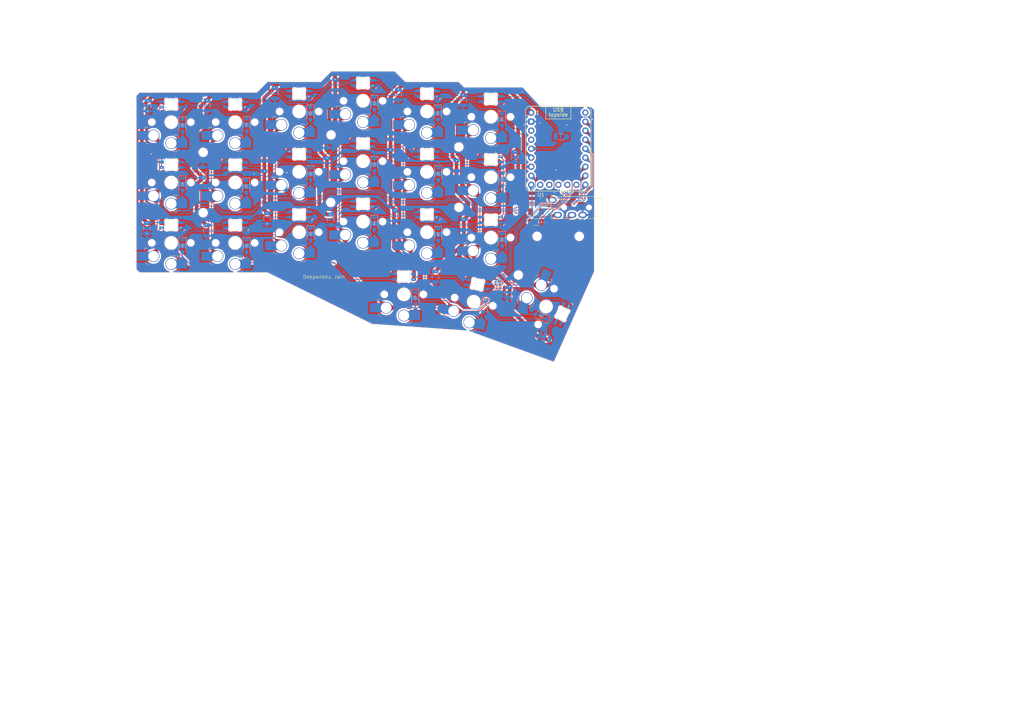
<source format=kicad_pcb>
(kicad_pcb (version 20241229) (generator "pcbnew") (generator_version "9.0")
  (layers (0 "F.Cu" signal) (2 "B.Cu" signal) (13 "F.Paste" user) (15 "B.Paste" user) (5 "F.SilkS" user "F.Silkscreen") (7 "B.SilkS" user "B.Silkscreen") (1 "F.Mask" user) (3 "B.Mask" user) (25 "Edge.Cuts" user))
  (net 0 "")
  (net 1 "5V")
  (net 2 "GND")
  (net 3 "Row3")
  (net 4 "Net-(LED2-DOUT)")
  (net 5 "Net-(LED6-DOUT)")
  (net 6 "Net-(LED12-DOUT)")
  (net 7 "Net-(LED18-DOUT)")
  (net 8 "Col1")
  (net 9 "Net-(D5-A)")
  (net 10 "Net-(D6-A)")
  (net 11 "Col0")
  (net 12 "Net-(D7-A)")
  (net 13 "Net-(D8-A)")
  (net 14 "Net-(D9-A)")
  (net 15 "Net-(D10-A)")
  (net 16 "Net-(D11-A)")
  (net 17 "Net-(D12-A)")
  (net 18 "Net-(D13-A)")
  (net 19 "Net-(D14-A)")
  (net 20 "Net-(D15-A)")
  (net 21 "Net-(D16-A)")
  (net 22 "Net-(D17-A)")
  (net 23 "Net-(D18-A)")
  (net 24 "Net-(D19-A)")
  (net 25 "Net-(D20-A)")
  (net 26 "Net-(D21-A)")
  (net 27 "Row2")
  (net 28 "Net-(LED1-DOUT)")
  (net 29 "Net-(LED1-DIN)")
  (net 30 "Net-(LED3-DOUT)")
  (net 31 "Net-(D1-A)")
  (net 32 "Col5")
  (net 33 "Net-(D2-A)")
  (net 34 "Col4")
  (net 35 "Col3")
  (net 36 "Row0")
  (net 37 "Row1")
  (net 38 "TRRS_RX")
  (net 39 "Net-(J1-PadR1)")
  (net 40 "TRRS_TX")
  (net 41 "LED_IN")
  (net 42 "Net-(J1-PadR2)")
  (net 43 "Net-(D3-A)")
  (net 44 "Net-(D4-A)")
  (net 45 "Col2")
  (net 46 "Net-(LED4-DOUT)")
  (net 47 "Net-(LED5-DOUT)")
  (net 48 "Net-(LED7-DOUT)")
  (net 49 "Net-(LED8-DOUT)")
  (net 50 "Net-(LED10-DIN)")
  (net 51 "Net-(LED10-DOUT)")
  (net 52 "Net-(LED11-DOUT)")
  (net 53 "Net-(LED13-DOUT)")
  (net 54 "Net-(LED14-DOUT)")
  (net 55 "Net-(LED15-DOUT)")
  (net 56 "Net-(LED16-DOUT)")
  (net 57 "Net-(LED17-DOUT)")
  (net 58 "Net-(LED19-DOUT)")
  (net 59 "Net-(LED20-DOUT)")
  (net 60 "LED_OUT")
  (footprint "MountingHole:MountingHole_2.2mm_M2" (layer "F.Cu") (at 98.12 44.95)
    (property "Reference" "H3")
    (property "Value" "MountingHole")
    (fp_circle (center 0 0) (end 1.1 0) (stroke (width 0.01)) (fill no) (layer "Edge.Cuts"))
  )
  (footprint "PCM_marbastlib-xp-various:CON_MJ-4PP-9" (layer "F.Cu") (at 166.19 65.38 180)
    (property "Reference" "J1" (hide yes))
    (property "Value" "AudioJack4")
  )
  (footprint "MountingHole:MountingHole_2.2mm_M2" (layer "F.Cu") (at 168 73.5)
    (property "Reference" "H6")
    (property "Value" "MountingHole")
    (fp_circle (center 0 0) (end 1.1 0) (stroke (width 0.01)) (fill no) (layer "Edge.Cuts"))
  )
  (footprint "MountingHole:MountingHole_2.2mm_M2" (layer "F.Cu") (at 98.016 63.97)
    (property "Reference" "H9")
    (property "Value" "MountingHole")
    (fp_circle (center 0 0) (end 1.1 0) (stroke (width 0.01)) (fill no) (layer "Edge.Cuts"))
  )
  (footprint "PCM_marbastlib-xp-promicroish:RP2040-Matrix_AH" (layer "F.Cu") (at 162.1 48.82)
    (property "Reference" "U1")
    (property "Value" "RP2040-Matrix")
  )
  (footprint "Resistor_SMD:R_1206_3216Metric_Pad1.30x1.75mm_HandSolder" (layer "F.Cu") (at 155.81 66.52 180)
    (property "Reference" "R1" (hide yes))
    (property "Value" "R")
  )
  (footprint "MountingHole:MountingHole_2.2mm_M2" (layer "F.Cu") (at 134.12 65.35)
    (property "Reference" "H8")
    (property "Value" "MountingHole")
    (fp_circle (center 0 0) (end 1.1 0) (stroke (width 0.01)) (fill no) (layer "Edge.Cuts"))
  )
  (footprint "Resistor_SMD:R_1206_3216Metric_Pad1.30x1.75mm_HandSolder" (layer "F.Cu") (at 155.82 69.51 180)
    (property "Reference" "R2" (hide yes))
    (property "Value" "R")
  )
  (footprint "MountingHole:MountingHole_2.2mm_M2" (layer "F.Cu") (at 62.12 49.85)
    (property "Reference" "H1")
    (property "Value" "MountingHole")
    (fp_circle (center 0 0) (end 1.1 0) (stroke (width 0.01)) (fill no) (layer "Edge.Cuts"))
  )
  (footprint "MountingHole:MountingHole_2.2mm_M2" (layer "F.Cu") (at 134.12 48.35)
    (property "Reference" "H2")
    (property "Value" "MountingHole")
    (fp_circle (center 0 0) (end 1.1 0) (stroke (width 0.01)) (fill no) (layer "Edge.Cuts"))
  )
  (footprint "MountingHole:MountingHole_2.2mm_M2" (layer "F.Cu") (at 62.12 66.85)
    (property "Reference" "H4")
    (property "Value" "MountingHole")
    (fp_circle (center 0 0) (end 1.1 0) (stroke (width 0.01)) (fill no) (layer "Edge.Cuts"))
  )
  (footprint "MountingHole:MountingHole_2.2mm_M2" (layer "F.Cu") (at 156.13 73.5)
    (property "Reference" "H7")
    (property "Value" "MountingHole")
    (fp_circle (center 0 0) (end 1.1 0) (stroke (width 0.01)) (fill no) (layer "Edge.Cuts"))
  )
  (footprint "MountingHole:MountingHole_2.2mm_M2" (layer "F.Cu") (at 150.84 84.4)
    (property "Reference" "H5")
    (property "Value" "MountingHole")
    (fp_circle (center 0 0) (end 1.1 0) (stroke (width 0.01)) (fill no) (layer "Edge.Cuts"))
  )
  (footprint "Capacitor_SMD:C_1206_3216Metric" (layer "B.Cu") (at 117.01 33.61 -90)
    (property "Reference" "C2")
    (property "Value" "0.1µF" (hide yes))
  )
  (footprint "Capacitor_SMD:C_1206_3216Metric" (layer "B.Cu") (at 135.32 70.205 -90)
    (property "Reference" "C13")
    (property "Value" "0.1µF" (hide yes))
  )
  (footprint "PCM_marbastlib-choc:SW_choc_v1_HS_CPG135001S30_1.5u" (layer "B.Cu") (at 158.66 93.28 66)
    (property "Reference" "CH21")
    (property "Value" "choc_v1_SW_HS")
  )
  (footprint "Capacitor_SMD:C_1206_3216Metric" (layer "B.Cu") (at 46.25 71.25 -90)
    (property "Reference" "C18")
    (property "Value" "0.1µF" (hide yes))
  )
  (footprint "Diode_SMD:D_SOD-123" (layer "B.Cu") (at 92.37 72.8325 -90)
    (property "Reference" "D16")
    (property "Value" "1N4148W")
  )
  (footprint "PCM_marbastlib-choc:SW_choc_v1_HS_CPG135001S30_1u" (layer "B.Cu") (at 89.12 72.35 180)
    (property "Reference" "CH16")
    (property "Value" "choc_v1_SW_HS")
  )
  (footprint "PCM_marbastlib-choc:SW_choc_v1_HS_CPG135001S30_1u" (layer "B.Cu") (at 125.12 55.35 180)
    (property "Reference" "CH11")
    (property "Value" "choc_v1_SW_HS")
  )
  (footprint "Diode_SMD:D_SOD-123" (layer "B.Cu") (at 74.33 76.2025 -90)
    (property "Reference" "D17")
    (property "Value" "1N4148W")
  )
  (footprint "PCM_marbastlib-choc:SW_choc_v1_HS_CPG135001S30_1u" (layer "B.Cu") (at 53.12 75.35 180)
    (property "Reference" "CH18")
    (property "Value" "choc_v1_SW_HS")
  )
  (footprint "Diode_SMD:D_SOD-123" (layer "B.Cu") (at 56.29 76.1425 -90)
    (property "Reference" "D18")
    (property "Value" "1N4148W")
  )
  (footprint "PCM_marbastlib-various:LED_6028R" (layer "B.Cu") (at 125.12 33.35 180)
    (property "Reference" "LED2")
    (property "Value" "SK6812MINI-E")
    (fp_line (start 1.699999 -0.702841) (end 1.699999 0.702843) (stroke (width 0.1)) (layer "Edge.Cuts"))
    (fp_line (start 0.794452 1.5) (end -0.794453 1.5) (stroke (width 0.1)) (layer "Edge.Cuts"))
    (fp_line (start -0.794452 -1.499999) (end 0.794452 -1.499999) (stroke (width 0.1)) (layer "Edge.Cuts"))
    (fp_line (start -1.699999 0.702843) (end -1.699999 -0.702841) (stroke (width 0.1)) (layer "Edge.Cuts"))
    (fp_arc (start 1.749484 0.919721) (mid 1.712526 0.814069) (end 1.699999 0.702843) (stroke (width 0.1)) (layer "Edge.Cuts"))
    (fp_arc (start 1.749484 0.919721) (mid 1.638072 1.504036) (end 1.046711 1.5683) (stroke (width 0.1)) (layer "Edge.Cuts"))
    (fp_arc (start 1.699999 -0.702842) (mid 1.712536 -0.814064) (end 1.749484 -0.919719) (stroke (width 0.1)) (layer "Edge.Cuts"))
    (fp_arc (start 1.046711 -1.568296) (mid 1.63807 -1.504033) (end 1.749484 -0.919719) (stroke (width 0.1)) (layer "Edge.Cuts"))
    (fp_arc (start 1.04671 -1.568298) (mid 0.925122 -1.517376) (end 0.794452 -1.499999) (stroke (width 0.1)) (layer "Edge.Cuts"))
    (fp_arc (start 0.794453 1.500001) (mid 0.925123 1.517378) (end 1.046711 1.5683) (stroke (width 0.1)) (layer "Edge.Cuts"))
    (fp_arc (start -0.794452 -1.499999) (mid -0.925123 -1.517376) (end -1.046711 -1.568298) (stroke (width 0.1)) (layer "Edge.Cuts"))
    (fp_arc (start -1.046711 1.568299) (mid -0.925123 1.517377) (end -0.794453 1.5) (stroke (width 0.1)) (layer "Edge.Cuts"))
    (fp_arc (start -1.046711 1.568299) (mid -1.638071 1.504036) (end -1.749484 0.919721) (stroke (width 0.1)) (layer "Edge.Cuts"))
    (fp_arc (start -1.699999 0.702844) (mid -1.712527 0.814069) (end -1.749484 0.919721) (stroke (width 0.1)) (layer "Edge.Cuts"))
    (fp_arc (start -1.749484 -0.919718) (mid -1.638072 -1.504034) (end -1.046711 -1.568298) (stroke (width 0.1)) (layer "Edge.Cuts"))
    (fp_arc (start -1.749484 -0.919719) (mid -1.712527 -0.814067) (end -1.699999 -0.702841) (stroke (width 0.1)) (layer "Edge.Cuts"))
  )
  (footprint "Diode_SMD:D_SOD-123" (layer "B.Cu") (at 141.3 93.07 -102)
    (property "Reference" "D20")
    (property "Value" "1N4148W")
  )
  (footprint "PCM_marbastlib-choc:SW_choc_v1_HS_CPG135001S30_1u" (layer "B.Cu") (at 125.12 38.35 180)
    (property "Reference" "CH2")
    (property "Value" "choc_v1_SW_HS")
  )
  (footprint "Diode_SMD:D_SOD-123" (layer "B.Cu") (at 146.21 40.55 -90)
    (property "Reference" "D1")
    (property "Value" "1N4148W")
  )
  (footprint "PCM_marbastlib-choc:SW_choc_v1_HS_CPG135001S30_1u" (layer "B.Cu") (at 107.12 69.35 180)
    (property "Reference" "CH15")
    (property "Value" "choc_v1_SW_HS")
  )
  (footprint "Diode_SMD:D_SOD-123" (layer "B.Cu") (at 128.12 38.87 -90)
    (property "Reference" "D2")
    (property "Value" "1N4148W")
  )
  (footprint "Resistor_SMD:R_1206_3216Metric_Pad1.30x1.75mm_HandSolder" (layer "B.Cu") (at 162.88 45.49 180)
    (property "Reference" "R3")
    (property "Value" "47R" (hide yes))
  )
  (footprint "PCM_marbastlib-choc:SW_choc_v1_HS_CPG135001S30_1u" (layer "B.Cu") (at 71.12 58.35 180)
    (property "Reference" "CH8")
    (property "Value" "choc_v1_SW_HS")
  )
  (footprint "PCM_marbastlib-various:LED_6028R" (layer "B.Cu") (at 89.12 67.35 180)
    (property "Reference" "LED16")
    (property "Value" "SK6812MINI-E")
    (fp_line (start 1.699999 -0.702841) (end 1.699999 0.702843) (stroke (width 0.1)) (layer "Edge.Cuts"))
    (fp_line (start 0.794452 1.5) (end -0.794453 1.5) (stroke (width 0.1)) (layer "Edge.Cuts"))
    (fp_line (start -0.794452 -1.499999) (end 0.794452 -1.499999) (stroke (width 0.1)) (layer "Edge.Cuts"))
    (fp_line (start -1.699999 0.702843) (end -1.699999 -0.702841) (stroke (width 0.1)) (layer "Edge.Cuts"))
    (fp_arc (start 1.749484 0.919721) (mid 1.712526 0.814069) (end 1.699999 0.702843) (stroke (width 0.1)) (layer "Edge.Cuts"))
    (fp_arc (start 1.749484 0.919721) (mid 1.638072 1.504036) (end 1.046711 1.5683) (stroke (width 0.1)) (layer "Edge.Cuts"))
    (fp_arc (start 1.699999 -0.702842) (mid 1.712536 -0.814064) (end 1.749484 -0.919719) (stroke (width 0.1)) (layer "Edge.Cuts"))
    (fp_arc (start 1.046711 -1.568296) (mid 1.63807 -1.504033) (end 1.749484 -0.919719) (stroke (width 0.1)) (layer "Edge.Cuts"))
    (fp_arc (start 1.04671 -1.568298) (mid 0.925122 -1.517376) (end 0.794452 -1.499999) (stroke (width 0.1)) (layer "Edge.Cuts"))
    (fp_arc (start 0.794453 1.500001) (mid 0.925123 1.517378) (end 1.046711 1.5683) (stroke (width 0.1)) (layer "Edge.Cuts"))
    (fp_arc (start -0.794452 -1.499999) (mid -0.925123 -1.517376) (end -1.046711 -1.568298) (stroke (width 0.1)) (layer "Edge.Cuts"))
    (fp_arc (start -1.046711 1.568299) (mid -0.925123 1.517377) (end -0.794453 1.5) (stroke (width 0.1)) (layer "Edge.Cuts"))
    (fp_arc (start -1.046711 1.568299) (mid -1.638071 1.504036) (end -1.749484 0.919721) (stroke (width 0.1)) (layer "Edge.Cuts"))
    (fp_arc (start -1.699999 0.702844) (mid -1.712527 0.814069) (end -1.749484 0.919721) (stroke (width 0.1)) (layer "Edge.Cuts"))
    (fp_arc (start -1.749484 -0.919718) (mid -1.638072 -1.504034) (end -1.046711 -1.568298) (stroke (width 0.1)) (layer "Edge.Cuts"))
    (fp_arc (start -1.749484 -0.919719) (mid -1.712527 -0.814067) (end -1.699999 -0.702841) (stroke (width 0.1)) (layer "Edge.Cuts"))
  )
  (footprint "Capacitor_SMD:C_1206_3216Metric" (layer "B.Cu") (at 99.31 30.85 -90)
    (property "Reference" "C3")
    (property "Value" "0.1µF" (hide yes))
  )
  (footprint "Capacitor_SMD:C_1206_3216Metric" (layer "B.Cu") (at 158.23 102.01 -24)
    (property "Reference" "C21")
    (property "Value" "0.1µF" (hide yes))
  )
  (footprint "Diode_SMD:D_SOD-123" (layer "B.Cu") (at 56.26 42.27 -90)
    (property "Reference" "D6")
    (property "Value" "1N4148W")
  )
  (footprint "PCM_marbastlib-various:LED_6028R" (layer "B.Cu") (at 71.12 53.35)
    (property "Reference" "LED8")
    (property "Value" "SK6812MINI-E")
    (fp_line (start -1.699999 0.702843) (end -1.699999 -0.702841) (stroke (width 0.1)) (layer "Edge.Cuts"))
    (fp_line (start -0.794452 -1.499999) (end 0.794452 -1.499999) (stroke (width 0.1)) (layer "Edge.Cuts"))
    (fp_line (start 0.794452 1.5) (end -0.794453 1.5) (stroke (width 0.1)) (layer "Edge.Cuts"))
    (fp_line (start 1.699999 -0.702841) (end 1.699999 0.702843) (stroke (width 0.1)) (layer "Edge.Cuts"))
    (fp_arc (start -1.749484 -0.919719) (mid -1.712527 -0.814067) (end -1.699999 -0.702841) (stroke (width 0.1)) (layer "Edge.Cuts"))
    (fp_arc (start -1.749484 -0.919718) (mid -1.638072 -1.504034) (end -1.046711 -1.568298) (stroke (width 0.1)) (layer "Edge.Cuts"))
    (fp_arc (start -1.699999 0.702844) (mid -1.712527 0.814069) (end -1.749484 0.919721) (stroke (width 0.1)) (layer "Edge.Cuts"))
    (fp_arc (start -1.046711 1.568299) (mid -1.638071 1.504036) (end -1.749484 0.919721) (stroke (width 0.1)) (layer "Edge.Cuts"))
    (fp_arc (start -1.046711 1.568299) (mid -0.925123 1.517377) (end -0.794453 1.5) (stroke (width 0.1)) (layer "Edge.Cuts"))
    (fp_arc (start -0.794452 -1.499999) (mid -0.925123 -1.517376) (end -1.046711 -1.568298) (stroke (width 0.1)) (layer "Edge.Cuts"))
    (fp_arc (start 0.794453 1.500001) (mid 0.925123 1.517378) (end 1.046711 1.5683) (stroke (width 0.1)) (layer "Edge.Cuts"))
    (fp_arc (start 1.04671 -1.568298) (mid 0.925122 -1.517376) (end 0.794452 -1.499999) (stroke (width 0.1)) (layer "Edge.Cuts"))
    (fp_arc (start 1.046711 -1.568296) (mid 1.63807 -1.504033) (end 1.749484 -0.919719) (stroke (width 0.1)) (layer "Edge.Cuts"))
    (fp_arc (start 1.699999 -0.702842) (mid 1.712536 -0.814064) (end 1.749484 -0.919719) (stroke (width 0.1)) (layer "Edge.Cuts"))
    (fp_arc (start 1.749484 0.919721) (mid 1.638072 1.504036) (end 1.046711 1.5683) (stroke (width 0.1)) (layer "Edge.Cuts"))
    (fp_arc (start 1.749484 0.919721) (mid 1.712526 0.814069) (end 1.699999 0.702843) (stroke (width 0.1)) (layer "Edge.Cuts"))
  )
  (footprint "PCM_marbastlib-choc:SW_choc_v1_HS_CPG135001S30_1u" (layer "B.Cu") (at 53.12 58.35 180)
    (property "Reference" "CH7")
    (property "Value" "choc_v1_SW_HS")
  )
  (footprint "PCM_marbastlib-various:LED_6028R" (layer "B.Cu") (at 107.12 47.35)
    (property "Reference" "LED10")
    (property "Value" "SK6812MINI-E")
    (fp_line (start -1.699999 0.702843) (end -1.699999 -0.702841) (stroke (width 0.1)) (layer "Edge.Cuts"))
    (fp_line (start -0.794452 -1.499999) (end 0.794452 -1.499999) (stroke (width 0.1)) (layer "Edge.Cuts"))
    (fp_line (start 0.794452 1.5) (end -0.794453 1.5) (stroke (width 0.1)) (layer "Edge.Cuts"))
    (fp_line (start 1.699999 -0.702841) (end 1.699999 0.702843) (stroke (width 0.1)) (layer "Edge.Cuts"))
    (fp_arc (start -1.749484 -0.919719) (mid -1.712527 -0.814067) (end -1.699999 -0.702841) (stroke (width 0.1)) (layer "Edge.Cuts"))
    (fp_arc (start -1.749484 -0.919718) (mid -1.638072 -1.504034) (end -1.046711 -1.568298) (stroke (width 0.1)) (layer "Edge.Cuts"))
    (fp_arc (start -1.699999 0.702844) (mid -1.712527 0.814069) (end -1.749484 0.919721) (stroke (width 0.1)) (layer "Edge.Cuts"))
    (fp_arc (start -1.046711 1.568299) (mid -1.638071 1.504036) (end -1.749484 0.919721) (stroke (width 0.1)) (layer "Edge.Cuts"))
    (fp_arc (start -1.046711 1.568299) (mid -0.925123 1.517377) (end -0.794453 1.5) (stroke (width 0.1)) (layer "Edge.Cuts"))
    (fp_arc (start -0.794452 -1.499999) (mid -0.925123 -1.517376) (end -1.046711 -1.568298) (stroke (width 0.1)) (layer "Edge.Cuts"))
    (fp_arc (start 0.794453 1.500001) (mid 0.925123 1.517378) (end 1.046711 1.5683) (stroke (width 0.1)) (layer "Edge.Cuts"))
    (fp_arc (start 1.04671 -1.568298) (mid 0.925122 -1.517376) (end 0.794452 -1.499999) (stroke (width 0.1)) (layer "Edge.Cuts"))
    (fp_arc (start 1.046711 -1.568296) (mid 1.63807 -1.504033) (end 1.749484 -0.919719) (stroke (width 0.1)) (layer "Edge.Cuts"))
    (fp_arc (start 1.699999 -0.702842) (mid 1.712536 -0.814064) (end 1.749484 -0.919719) (stroke (width 0.1)) (layer "Edge.Cuts"))
    (fp_arc (start 1.749484 0.919721) (mid 1.638072 1.504036) (end 1.046711 1.5683) (stroke (width 0.1)) (layer "Edge.Cuts"))
    (fp_arc (start 1.749484 0.919721) (mid 1.712526 0.814069) (end 1.699999 0.702843) (stroke (width 0.1)) (layer "Edge.Cuts"))
  )
  (footprint "Capacitor_SMD:C_1206_3216Metric" (layer "B.Cu") (at 149.87 51.19 90)
    (property "Reference" "C12")
    (property "Value" "0.1µF" (hide yes))
  )
  (footprint "PCM_marbastlib-choc:SW_choc_v1_HS_CPG135001S30_1u" (layer "B.Cu") (at 71.12 75.35 180)
    (property "Reference" "CH17")
    (property "Value" "choc_v1_SW_HS")
  )
  (footprint "PCM_marbastlib-various:LED_6028R" (layer "B.Cu") (at 143.12 68.85 180)
    (property "Reference" "LED13")
    (property "Value" "SK6812MINI-E")
    (fp_line (start 1.699999 -0.702841) (end 1.699999 0.702843) (stroke (width 0.1)) (layer "Edge.Cuts"))
    (fp_line (start 0.794452 1.5) (end -0.794453 1.5) (stroke (width 0.1)) (layer "Edge.Cuts"))
    (fp_line (start -0.794452 -1.499999) (end 0.794452 -1.499999) (stroke (width 0.1)) (layer "Edge.Cuts"))
    (fp_line (start -1.699999 0.702843) (end -1.699999 -0.702841) (stroke (width 0.1)) (layer "Edge.Cuts"))
    (fp_arc (start 1.749484 0.919721) (mid 1.712526 0.814069) (end 1.699999 0.702843) (stroke (width 0.1)) (layer "Edge.Cuts"))
    (fp_arc (start 1.749484 0.919721) (mid 1.638072 1.504036) (end 1.046711 1.5683) (stroke (width 0.1)) (layer "Edge.Cuts"))
    (fp_arc (start 1.699999 -0.702842) (mid 1.712536 -0.814064) (end 1.749484 -0.919719) (stroke (width 0.1)) (layer "Edge.Cuts"))
    (fp_arc (start 1.046711 -1.568296) (mid 1.63807 -1.504033) (end 1.749484 -0.919719) (stroke (width 0.1)) (layer "Edge.Cuts"))
    (fp_arc (start 1.04671 -1.568298) (mid 0.925122 -1.517376) (end 0.794452 -1.499999) (stroke (width 0.1)) (layer "Edge.Cuts"))
    (fp_arc (start 0.794453 1.500001) (mid 0.925123 1.517378) (end 1.046711 1.5683) (stroke (width 0.1)) (layer "Edge.Cuts"))
    (fp_arc (start -0.794452 -1.499999) (mid -0.925123 -1.517376) (end -1.046711 -1.568298) (stroke (width 0.1)) (layer "Edge.Cuts"))
    (fp_arc (start -1.046711 1.568299) (mid -0.925123 1.517377) (end -0.794453 1.5) (stroke (width 0.1)) (layer "Edge.Cuts"))
    (fp_arc (start -1.046711 1.568299) (mid -1.638071 1.504036) (end -1.749484 0.919721) (stroke (width 0.1)) (layer "Edge.Cuts"))
    (fp_arc (start -1.699999 0.702844) (mid -1.712527 0.814069) (end -1.749484 0.919721) (stroke (width 0.1)) (layer "Edge.Cuts"))
    (fp_arc (start -1.749484 -0.919718) (mid -1.638072 -1.504034) (end -1.046711 -1.568298) (stroke (width 0.1)) (layer "Edge.Cuts"))
    (fp_arc (start -1.749484 -0.919719) (mid -1.712527 -0.814067) (end -1.699999 -0.702841) (stroke (width 0.1)) (layer "Edge.Cuts"))
  )
  (footprint "Capacitor_SMD:C_1206_3216Metric" (layer "B.Cu") (at 135.34 35.17 -90)
    (property "Reference" "C1")
    (property "Value" "0.1µF" (hide yes))
  )
  (footprint "PCM_marbastlib-choc:SW_choc_v1_HS_CPG135001S30_1u" (layer "B.Cu") (at 71.12 41.35 180)
    (property "Reference" "CH5")
    (property "Value" "choc_v1_SW_HS")
  )
  (footprint "Capacitor_SMD:C_1206_3216Metric" (layer "B.Cu") (at 116.18 67.67 -90)
    (property "Reference" "C14")
    (property "Value" "0.1µF" (hide yes))
  )
  (footprint "PCM_marbastlib-choc:SW_choc_v1_HS_CPG135001S30_1u" (layer "B.Cu") (at 53.12 41.35 180)
    (property "Reference" "CH6")
    (property "Value" "choc_v1_SW_HS")
  )
  (footprint "Diode_SMD:D_SOD-123" (layer "B.Cu") (at 110.3 69.91 -90)
    (property "Reference" "D15")
    (property "Value" "1N4148W")
  )
  (footprint "PCM_marbastlib-various:LED_6028R" (layer "B.Cu") (at 53.12 53.35)
    (property "Reference" "LED7")
    (property "Value" "SK6812MINI-E")
    (fp_line (start -1.699999 0.702843) (end -1.699999 -0.702841) (stroke (width 0.1)) (layer "Edge.Cuts"))
    (fp_line (start -0.794452 -1.499999) (end 0.794452 -1.499999) (stroke (width 0.1)) (layer "Edge.Cuts"))
    (fp_line (start 0.794452 1.5) (end -0.794453 1.5) (stroke (width 0.1)) (layer "Edge.Cuts"))
    (fp_line (start 1.699999 -0.702841) (end 1.699999 0.702843) (stroke (width 0.1)) (layer "Edge.Cuts"))
    (fp_arc (start -1.749484 -0.919719) (mid -1.712527 -0.814067) (end -1.699999 -0.702841) (stroke (width 0.1)) (layer "Edge.Cuts"))
    (fp_arc (start -1.749484 -0.919718) (mid -1.638072 -1.504034) (end -1.046711 -1.568298) (stroke (width 0.1)) (layer "Edge.Cuts"))
    (fp_arc (start -1.699999 0.702844) (mid -1.712527 0.814069) (end -1.749484 0.919721) (stroke (width 0.1)) (layer "Edge.Cuts"))
    (fp_arc (start -1.046711 1.568299) (mid -1.638071 1.504036) (end -1.749484 0.919721) (stroke (width 0.1)) (layer "Edge.Cuts"))
    (fp_arc (start -1.046711 1.568299) (mid -0.925123 1.517377) (end -0.794453 1.5) (stroke (width 0.1)) (layer "Edge.Cuts"))
    (fp_arc (start -0.794452 -1.499999) (mid -0.925123 -1.517376) (end -1.046711 -1.568298) (stroke (width 0.1)) (layer "Edge.Cuts"))
    (fp_arc (start 0.794453 1.500001) (mid 0.925123 1.517378) (end 1.046711 1.5683) (stroke (width 0.1)) (layer "Edge.Cuts"))
    (fp_arc (start 1.04671 -1.568298) (mid 0.925122 -1.517376) (end 0.794452 -1.499999) (stroke (width 0.1)) (layer "Edge.Cuts"))
    (fp_arc (start 1.046711 -1.568296) (mid 1.63807 -1.504033) (end 1.749484 -0.919719) (stroke (width 0.1)) (layer "Edge.Cuts"))
    (fp_arc (start 1.699999 -0.702842) (mid 1.712536 -0.814064) (end 1.749484 -0.919719) (stroke (width 0.1)) (layer "Edge.Cuts"))
    (fp_arc (start 1.749484 0.919721) (mid 1.638072 1.504036) (end 1.046711 1.5683) (stroke (width 0.1)) (layer "Edge.Cuts"))
    (fp_arc (start 1.749484 0.919721) (mid 1.712526 0.814069) (end 1.699999 0.702843) (stroke (width 0.1)) (layer "Edge.Cuts"))
  )
  (footprint "Diode_SMD:D_SOD-123" (layer "B.Cu") (at 92.29 38.88 -90)
    (property "Reference" "D4")
    (property "Value" "1N4148W")
  )
  (footprint "Diode_SMD:D_SOD-123" (layer "B.Cu") (at 74.3 42.12 -90)
    (property "Reference" "D5")
    (property "Value" "1N4148W")
  )
  (footprint "PCM_marbastlib-various:LED_6028R" (layer "B.Cu") (at 143.12 51.85)
    (property "Reference" "LED12")
    (property "Value" "SK6812MINI-E")
    (fp_line (start -1.699999 0.702843) (end -1.699999 -0.702841) (stroke (width 0.1)) (layer "Edge.Cuts"))
    (fp_line (start -0.794452 -1.499999) (end 0.794452 -1.499999) (stroke (width 0.1)) (layer "Edge.Cuts"))
    (fp_line (start 0.794452 1.5) (end -0.794453 1.5) (stroke (width 0.1)) (layer "Edge.Cuts"))
    (fp_line (start 1.699999 -0.702841) (end 1.699999 0.702843) (stroke (width 0.1)) (layer "Edge.Cuts"))
    (fp_arc (start -1.749484 -0.919719) (mid -1.712527 -0.814067) (end -1.699999 -0.702841) (stroke (width 0.1)) (layer "Edge.Cuts"))
    (fp_arc (start -1.749484 -0.919718) (mid -1.638072 -1.504034) (end -1.046711 -1.568298) (stroke (width 0.1)) (layer "Edge.Cuts"))
    (fp_arc (start -1.699999 0.702844) (mid -1.712527 0.814069) (end -1.749484 0.919721) (stroke (width 0.1)) (layer "Edge.Cuts"))
    (fp_arc (start -1.046711 1.568299) (mid -1.638071 1.504036) (end -1.749484 0.919721) (stroke (width 0.1)) (layer "Edge.Cuts"))
    (fp_arc (start -1.046711 1.568299) (mid -0.925123 1.517377) (end -0.794453 1.5) (stroke (width 0.1)) (layer "Edge.Cuts"))
    (fp_arc (start -0.794452 -1.499999) (mid -0.925123 -1.517376) (end -1.046711 -1.568298) (stroke (width 0.1)) (layer "Edge.Cuts"))
    (fp_arc (start 0.794453 1.500001) (mid 0.925123 1.517378) (end 1.046711 1.5683) (stroke (width 0.1)) (layer "Edge.Cuts"))
    (fp_arc (start 1.04671 -1.568298) (mid 0.925122 -1.517376) (end 0.794452 -1.499999) (stroke (width 0.1)) (layer "Edge.Cuts"))
    (fp_arc (start 1.046711 -1.568296) (mid 1.63807 -1.504033) (end 1.749484 -0.919719) (stroke (width 0.1)) (layer "Edge.Cuts"))
    (fp_arc (start 1.699999 -0.702842) (mid 1.712536 -0.814064) (end 1.749484 -0.919719) (stroke (width 0.1)) (layer "Edge.Cuts"))
    (fp_arc (start 1.749484 0.919721) (mid 1.638072 1.504036) (end 1.046711 1.5683) (stroke (width 0.1)) (layer "Edge.Cuts"))
    (fp_arc (start 1.749484 0.919721) (mid 1.712526 0.814069) (end 1.699999 0.702843) (stroke (width 0.1)) (layer "Edge.Cuts"))
  )
  (footprint "PCM_marbastlib-choc:SW_choc_v1_HS_CPG135001S30_1u" (layer "B.Cu") (at 107.12 35.35 180)
    (property "Reference" "CH3")
    (property "Value" "choc_v1_SW_HS")
  )
  (footprint "Capacitor_SMD:C_1206_3216Metric" (layer "B.Cu") (at 148.06 89.25 78)
    (property "Reference" "C20")
    (property "Value" "0.1µF" (hide yes))
  )
  (footprint "PCM_marbastlib-choc:SW_choc_v1_HS_CPG135001S30_1u" (layer "B.Cu") (at 143.12 73.85 180)
    (property "Reference" "CH13")
    (property "Value" "choc_v1_SW_HS")
  )
  (footprint "PCM_marbastlib-various:LED_6028R" (layer "B.Cu") (at 53.12 70.35 180)
    (property "Reference" "LED18")
    (property "Value" "SK6812MINI-E")
    (fp_line (start 1.699999 -0.702841) (end 1.699999 0.702843) (stroke (width 0.1)) (layer "Edge.Cuts"))
    (fp_line (start 0.794452 1.5) (end -0.794453 1.5) (stroke (width 0.1)) (layer "Edge.Cuts"))
    (fp_line (start -0.794452 -1.499999) (end 0.794452 -1.499999) (stroke (width 0.1)) (layer "Edge.Cuts"))
    (fp_line (start -1.699999 0.702843) (end -1.699999 -0.702841) (stroke (width 0.1)) (layer "Edge.Cuts"))
    (fp_arc (start 1.749484 0.919721) (mid 1.712526 0.814069) (end 1.699999 0.702843) (stroke (width 0.1)) (layer "Edge.Cuts"))
    (fp_arc (start 1.749484 0.919721) (mid 1.638072 1.504036) (end 1.046711 1.5683) (stroke (width 0.1)) (layer "Edge.Cuts"))
    (fp_arc (start 1.699999 -0.702842) (mid 1.712536 -0.814064) (end 1.749484 -0.919719) (stroke (width 0.1)) (layer "Edge.Cuts"))
    (fp_arc (start 1.046711 -1.568296) (mid 1.63807 -1.504033) (end 1.749484 -0.919719) (stroke (width 0.1)) (layer "Edge.Cuts"))
    (fp_arc (start 1.04671 -1.568298) (mid 0.925122 -1.517376) (end 0.794452 -1.499999) (stroke (width 0.1)) (layer "Edge.Cuts"))
    (fp_arc (start 0.794453 1.500001) (mid 0.925123 1.517378) (end 1.046711 1.5683) (stroke (width 0.1)) (layer "Edge.Cuts"))
    (fp_arc (start -0.794452 -1.499999) (mid -0.925123 -1.517376) (end -1.046711 -1.568298) (stroke (width 0.1)) (layer "Edge.Cuts"))
    (fp_arc (start -1.046711 1.568299) (mid -0.925123 1.517377) (end -0.794453 1.5) (stroke (width 0.1)) (layer "Edge.Cuts"))
    (fp_arc (start -1.046711 1.568299) (mid -1.638071 1.504036) (end -1.749484 0.919721) (stroke (width 0.1)) (layer "Edge.Cuts"))
    (fp_arc (start -1.699999 0.702844) (mid -1.712527 0.814069) (end -1.749484 0.919721) (stroke (width 0.1)) (layer "Edge.Cuts"))
    (fp_arc (start -1.749484 -0.919718) (mid -1.638072 -1.504034) (end -1.046711 -1.568298) (stroke (width 0.1)) (layer "Edge.Cuts"))
    (fp_arc (start -1.749484 -0.919719) (mid -1.712527 -0.814067) (end -1.699999 -0.702841) (stroke (width 0.1)) (layer "Edge.Cuts"))
  )
  (footprint "Capacitor_SMD:C_1206_3216Metric" (layer "B.Cu") (at 127.48 84.85 90)
    (property "Reference" "C19")
    (property "Value" "0.1µF" (hide yes))
  )
  (footprint "PCM_marbastlib-various:LED_6028R" (layer "B.Cu") (at 125.12 50.35)
    (property "Reference" "LED11")
    (property "Value" "SK6812MINI-E")
    (fp_line (start -1.699999 0.702843) (end -1.699999 -0.702841) (stroke (width 0.1)) (layer "Edge.Cuts"))
    (fp_line (start -0.794452 -1.499999) (end 0.794452 -1.499999) (stroke (width 0.1)) (layer "Edge.Cuts"))
    (fp_line (start 0.794452 1.5) (end -0.794453 1.5) (stroke (width 0.1)) (layer "Edge.Cuts"))
    (fp_line (start 1.699999 -0.702841) (end 1.699999 0.702843) (stroke (width 0.1)) (layer "Edge.Cuts"))
    (fp_arc (start -1.749484 -0.919719) (mid -1.712527 -0.814067) (end -1.699999 -0.702841) (stroke (width 0.1)) (layer "Edge.Cuts"))
    (fp_arc (start -1.749484 -0.919718) (mid -1.638072 -1.504034) (end -1.046711 -1.568298) (stroke (width 0.1)) (layer "Edge.Cuts"))
    (fp_arc (start -1.699999 0.702844) (mid -1.712527 0.814069) (end -1.749484 0.919721) (stroke (width 0.1)) (layer "Edge.Cuts"))
    (fp_arc (start -1.046711 1.568299) (mid -1.638071 1.504036) (end -1.749484 0.919721) (stroke (width 0.1)) (layer "Edge.Cuts"))
    (fp_arc (start -1.046711 1.568299) (mid -0.925123 1.517377) (end -0.794453 1.5) (stroke (width 0.1)) (layer "Edge.Cuts"))
    (fp_arc (start -0.794452 -1.499999) (mid -0.925123 -1.517376) (end -1.046711 -1.568298) (stroke (width 0.1)) (layer "Edge.Cuts"))
    (fp_arc (start 0.794453 1.500001) (mid 0.925123 1.517378) (end 1.046711 1.5683) (stroke (width 0.1)) (layer "Edge.Cuts"))
    (fp_arc (start 1.04671 -1.568298) (mid 0.925122 -1.517376) (end 0.794452 -1.499999) (stroke (width 0.1)) (layer "Edge.Cuts"))
    (fp_arc (start 1.046711 -1.568296) (mid 1.63807 -1.504033) (end 1.749484 -0.919719) (stroke (width 0.1)) (layer "Edge.Cuts"))
    (fp_arc (start 1.699999 -0.702842) (mid 1.712536 -0.814064) (end 1.749484 -0.919719) (stroke (width 0.1)) (layer "Edge.Cuts"))
    (fp_arc (start 1.749484 0.919721) (mid 1.638072 1.504036) (end 1.046711 1.5683) (stroke (width 0.1)) (layer "Edge.Cuts"))
    (fp_arc (start 1.749484 0.919721) (mid 1.712526 0.814069) (end 1.699999 0.702843) (stroke (width 0.1)) (layer "Edge.Cuts"))
  )
  (footprint "Capacitor_SMD:C_1206_3216Metric" (layer "B.Cu") (at 63.18 36.67 -90)
    (property "Reference" "C5")
    (property "Value" "0.1µF" (hide yes))
  )
  (footprint "Diode_SMD:D_SOD-123" (layer "B.Cu") (at 121.82 90.82 -90)
    (property "Reference" "D19")
    (property "Value" "1N4148W")
  )
  (footprint "Diode_SMD:D_SOD-123" (layer "B.Cu") (at 146.22 74.45 -90)
    (property "Reference" "D13")
    (property "Value" "1N4148W")
  )
  (footprint "Diode_SMD:D_SOD-123" (layer "B.Cu") (at 110.31 36.07 -90)
    (property "Reference" "D3")
    (property "Value" "1N4148W")
  )
  (footprint "Diode_SMD:D_SOD-123" (layer "B.Cu") (at 92.35 55.94 -90)
    (property "Reference" "D9")
    (property "Value" "1N4148W")
  )
  (footprint "PCM_marbastlib-various:LED_6028R" (layer "B.Cu") (at 53.12 36.35 180)
    (property "Reference" "LED6")
    (property "Value" "SK6812MINI-E")
    (fp_line (start 1.699999 -0.702841) (end 1.699999 0.702843) (stroke (width 0.1)) (layer "Edge.Cuts"))
    (fp_line (start 0.794452 1.5) (end -0.794453 1.5) (stroke (width 0.1)) (layer "Edge.Cuts"))
    (fp_line (start -0.794452 -1.499999) (end 0.794452 -1.499999) (stroke (width 0.1)) (layer "Edge.Cuts"))
    (fp_line (start -1.699999 0.702843) (end -1.699999 -0.702841) (stroke (width 0.1)) (layer "Edge.Cuts"))
    (fp_arc (start 1.749484 0.919721) (mid 1.712526 0.814069) (end 1.699999 0.702843) (stroke (width 0.1)) (layer "Edge.Cuts"))
    (fp_arc (start 1.749484 0.919721) (mid 1.638072 1.504036) (end 1.046711 1.5683) (stroke (width 0.1)) (layer "Edge.Cuts"))
    (fp_arc (start 1.699999 -0.702842) (mid 1.712536 -0.814064) (end 1.749484 -0.919719) (stroke (width 0.1)) (layer "Edge.Cuts"))
    (fp_arc (start 1.046711 -1.568296) (mid 1.63807 -1.504033) (end 1.749484 -0.919719) (stroke (width 0.1)) (layer "Edge.Cuts"))
    (fp_arc (start 1.04671 -1.568298) (mid 0.925122 -1.517376) (end 0.794452 -1.499999) (stroke (width 0.1)) (layer "Edge.Cuts"))
    (fp_arc (start 0.794453 1.500001) (mid 0.925123 1.517378) (end 1.046711 1.5683) (stroke (width 0.1)) (layer "Edge.Cuts"))
    (fp_arc (start -0.794452 -1.499999) (mid -0.925123 -1.517376) (end -1.046711 -1.568298) (stroke (width 0.1)) (layer "Edge.Cuts"))
    (fp_arc (start -1.046711 1.568299) (mid -0.925123 1.517377) (end -0.794453 1.5) (stroke (width 0.1)) (layer "Edge.Cuts"))
    (fp_arc (start -1.046711 1.568299) (mid -1.638071 1.504036) (end -1.749484 0.919721) (stroke (width 0.1)) (layer "Edge.Cuts"))
    (fp_arc (start -1.699999 0.702844) (mid -1.712527 0.814069) (end -1.749484 0.919721) (stroke (width 0.1)) (layer "Edge.Cuts"))
    (fp_arc (start -1.749484 -0.919718) (mid -1.638072 -1.504034) (end -1.046711 -1.568298) (stroke (width 0.1)) (layer "Edge.Cuts"))
    (fp_arc (start -1.749484 -0.919719) (mid -1.712527 -0.814067) (end -1.699999 -0.702841) (stroke (width 0.1)) (layer "Edge.Cuts"))
  )
  (footprint "PCM_marbastlib-various:LED_6028R" (layer "B.Cu") (at 118.62 84.85)
    (property "Reference" "LED19")
    (property "Value" "SK6812MINI-E")
    (fp_line (start -1.699999 0.702843) (end -1.699999 -0.702841) (stroke (width 0.1)) (layer "Edge.Cuts"))
    (fp_line (start -0.794452 -1.499999) (end 0.794452 -1.499999) (stroke (width 0.1)) (layer "Edge.Cuts"))
    (fp_line (start 0.794452 1.5) (end -0.794453 1.5) (stroke (width 0.1)) (layer "Edge.Cuts"))
    (fp_line (start 1.699999 -0.702841) (end 1.699999 0.702843) (stroke (width 0.1)) (layer "Edge.Cuts"))
    (fp_arc (start -1.749484 -0.919719) (mid -1.712527 -0.814067) (end -1.699999 -0.702841) (stroke (width 0.1)) (layer "Edge.Cuts"))
    (fp_arc (start -1.749484 -0.919718) (mid -1.638072 -1.504034) (end -1.046711 -1.568298) (stroke (width 0.1)) (layer "Edge.Cuts"))
    (fp_arc (start -1.699999 0.702844) (mid -1.712527 0.814069) (end -1.749484 0.919721) (stroke (width 0.1)) (layer "Edge.Cuts"))
    (fp_arc (start -1.046711 1.568299) (mid -1.638071 1.504036) (end -1.749484 0.919721) (stroke (width 0.1)) (layer "Edge.Cuts"))
    (fp_arc (start -1.046711 1.568299) (mid -0.925123 1.517377) (end -0.794453 1.5) (stroke (width 0.1)) (layer "Edge.Cuts"))
    (fp_arc (start -0.794452 -1.499999) (mid -0.925123 -1.517376) (end -1.046711 -1.568298) (stroke (width 0.1)) (layer "Edge.Cuts"))
    (fp_arc (start 0.794453 1.500001) (mid 0.925123 1.517378) (end 1.046711 1.5683) (stroke (width 0.1)) (layer "Edge.Cuts"))
    (fp_arc (start 1.04671 -1.568298) (mid 0.925122 -1.517376) (end 0.794452 -1.499999) (stroke (width 0.1)) (layer "Edge.Cuts"))
    (fp_arc (start 1.046711 -1.568296) (mid 1.63807 -1.504033) (end 1.749484 -0.919719) (stroke (width 0.1)) (layer "Edge.Cuts"))
    (fp_arc (start 1.699999 -0.702842) (mid 1.712536 -0.814064) (end 1.749484 -0.919719) (stroke (width 0.1)) (layer "Edge.Cuts"))
    (fp_arc (start 1.749484 0.919721) (mid 1.638072 1.504036) (end 1.046711 1.5683) (stroke (width 0.1)) (layer "Edge.Cuts"))
    (fp_arc (start 1.749484 0.919721) (mid 1.712526 0.814069) (end 1.699999 0.702843) (stroke (width 0.1)) (layer "Edge.Cuts"))
  )
  (footprint "PCM_marbastlib-choc:SW_choc_v1_HS_CPG135001S30_1u" (layer "B.Cu") (at 125.12 72.35 180)
    (property "Reference" "CH14")
    (property "Value" "choc_v1_SW_HS")
  )
  (footprint "PCM_marbastlib-various:LED_6028R" (layer "B.Cu") (at 125.12 67.35 180)
    (property "Reference" "LED14")
    (property "Value" "SK6812MINI-E")
    (fp_line (start 1.699999 -0.702841) (end 1.699999 0.702843) (stroke (width 0.1)) (layer "Edge.Cuts"))
    (fp_line (start 0.794452 1.5) (end -0.794453 1.5) (stroke (width 0.1)) (layer "Edge.Cuts"))
    (fp_line (start -0.794452 -1.499999) (end 0.794452 -1.499999) (stroke (width 0.1)) (layer "Edge.Cuts"))
    (fp_line (start -1.699999 0.702843) (end -1.699999 -0.702841) (stroke (width 0.1)) (layer "Edge.Cuts"))
    (fp_arc (start 1.749484 0.919721) (mid 1.712526 0.814069) (end 1.699999 0.702843) (stroke (width 0.1)) (layer "Edge.Cuts"))
    (fp_arc (start 1.749484 0.919721) (mid 1.638072 1.504036) (end 1.046711 1.5683) (stroke (width 0.1)) (layer "Edge.Cuts"))
    (fp_arc (start 1.699999 -0.702842) (mid 1.712536 -0.814064) (end 1.749484 -0.919719) (stroke (width 0.1)) (layer "Edge.Cuts"))
    (fp_arc (start 1.046711 -1.568296) (mid 1.63807 -1.504033) (end 1.749484 -0.919719) (stroke (width 0.1)) (layer "Edge.Cuts"))
    (fp_arc (start 1.04671 -1.568298) (mid 0.925122 -1.517376) (end 0.794452 -1.499999) (stroke (width 0.1)) (layer "Edge.Cuts"))
    (fp_arc (start 0.794453 1.500001) (mid 0.925123 1.517378) (end 1.046711 1.5683) (stroke (width 0.1)) (layer "Edge.Cuts"))
    (fp_arc (start -0.794452 -1.499999) (mid -0.925123 -1.517376) (end -1.046711 -1.568298) (stroke (width 0.1)) (layer "Edge.Cuts"))
    (fp_arc (start -1.046711 1.568299) (mid -0.925123 1.517377) (end -0.794453 1.5) (stroke (width 0.1)) (layer "Edge.Cuts"))
    (fp_arc (start -1.046711 1.568299) (mid -1.638071 1.504036) (end -1.749484 0.919721) (stroke (width 0.1)) (layer "Edge.Cuts"))
    (fp_arc (start -1.699999 0.702844) (mid -1.712527 0.814069) (end -1.749484 0.919721) (stroke (width 0.1)) (layer "Edge.Cuts"))
    (fp_arc (start -1.749484 -0.919718) (mid -1.638072 -1.504034) (end -1.046711 -1.568298) (stroke (width 0.1)) (layer "Edge.Cuts"))
    (fp_arc (start -1.749484 -0.919719) (mid -1.712527 -0.814067) (end -1.699999 -0.702841) (stroke (width 0.1)) (layer "Edge.Cuts"))
  )
  (footprint "PCM_marbastlib-choc:SW_choc_v1_HS_CPG135001S30_1u" (layer "B.Cu") (at 143.12 39.85 180)
    (property "Reference" "CH1")
    (property "Value" "choc_v1_SW_HS")
  )
  (footprint "Capacitor_SMD:C_1206_3216Metric" (layer "B.Cu") (at 79.33 53.69 -90)
    (property "Reference" "C8")
    (property "Value" "0.1µF" (hide yes))
  )
  (footprint "PCM_marbastlib-choc:SW_choc_v1_HS_CPG135001S30_1u" (layer "B.Cu") (at 118.62 89.85 180)
    (property "Reference" "CH19")
    (property "Value" "choc_v1_SW_HS")
  )
  (footprint "Capacitor_SMD:C_1206_3216Metric" (layer "B.Cu") (at 98.01 68.85 -90)
    (property "Reference" "C15")
    (property "Value" "0.1µF" (hide yes))
  )
  (footprint "PCM_marbastlib-various:LED_6028R" (layer "B.Cu") (at 139.3296 87.0193 -12)
    (property "Reference" "LED20")
    (property "Value" "SK6812MINI-E")
    (fp_line (start -1.699999 0.702843) (end -1.699999 -0.702841) (stroke (width 0.1)) (layer "Edge.Cuts"))
    (fp_line (start -0.794452 -1.499999) (end 0.794452 -1.499999) (stroke (width 0.1)) (layer "Edge.Cuts"))
    (fp_line (start 0.794452 1.5) (end -0.794453 1.5) (stroke (width 0.1)) (layer "Edge.Cuts"))
    (fp_line (start 1.699999 -0.702841) (end 1.699999 0.702843) (stroke (width 0.1)) (layer "Edge.Cuts"))
    (fp_arc (start -1.699998 0.702844) (mid -1.712526 0.81407) (end -1.749484 0.919721) (stroke (width 0.1)) (layer "Edge.Cuts"))
    (fp_arc (start -1.749484 -0.919719) (mid -1.712527 -0.814067) (end -1.699999 -0.702841) (stroke (width 0.1)) (layer "Edge.Cuts"))
    (fp_arc (start -1.749484 -0.919718) (mid -1.638072 -1.504034) (end -1.046711 -1.568298) (stroke (width 0.1)) (layer "Edge.Cuts"))
    (fp_arc (start -1.046713 1.568299) (mid -1.638071 1.504036) (end -1.749484 0.919721) (stroke (width 0.1)) (layer "Edge.Cuts"))
    (fp_arc (start -1.046713 1.568299) (mid -0.925124 1.517376) (end -0.794453 1.5) (stroke (width 0.1)) (layer "Edge.Cuts"))
    (fp_arc (start -0.794452 -1.499999) (mid -0.925122 -1.517376) (end -1.046711 -1.568298) (stroke (width 0.1)) (layer "Edge.Cuts"))
    (fp_arc (start 0.794453 1.499999) (mid 0.925124 1.517377) (end 1.046711 1.5683) (stroke (width 0.1)) (layer "Edge.Cuts"))
    (fp_arc (start 1.04671 -1.568298) (mid 0.925122 -1.517377) (end 0.794452 -1.499999) (stroke (width 0.1)) (layer "Edge.Cuts"))
    (fp_arc (start 1.046711 -1.568296) (mid 1.63807 -1.504033) (end 1.749484 -0.919719) (stroke (width 0.1)) (layer "Edge.Cuts"))
    (fp_arc (start 1.749484 0.919721) (mid 1.638072 1.504038) (end 1.046711 1.5683) (stroke (width 0.1)) (layer "Edge.Cuts"))
    (fp_arc (start 1.749484 0.919721) (mid 1.712526 0.814069) (end 1.699999 0.702843) (stroke (width 0.1)) (layer "Edge.Cuts"))
    (fp_arc (start 1.699999 -0.702842) (mid 1.712536 -0.814065) (end 1.749484 -0.919719) (stroke (width 0.1)) (layer "Edge.Cuts"))
  )
  (footprint "PCM_marbastlib-choc:SW_choc_v1_HS_CPG135001S30_1u" (layer "B.Cu") (at 89.12 38.35 180)
    (property "Reference" "CH4")
    (property "Value" "choc_v1_SW_HS")
  )
  (footprint "PCM_marbastlib-various:LED_6028R" (layer "B.Cu") (at 89.12 33.35 180)
    (property "Reference" "LED4")
    (property "Value" "SK6812MINI-E")
    (fp_line (start 1.699999 -0.702841) (end 1.699999 0.702843) (stroke (width 0.1)) (layer "Edge.Cuts"))
    (fp_line (start 0.794452 1.5) (end -0.794453 1.5) (stroke (width 0.1)) (layer "Edge.Cuts"))
    (fp_line (start -0.794452 -1.499999) (end 0.794452 -1.499999) (stroke (width 0.1)) (layer "Edge.Cuts"))
    (fp_line (start -1.699999 0.702843) (end -1.699999 -0.702841) (stroke (width 0.1)) (layer "Edge.Cuts"))
    (fp_arc (start 1.749484 0.919721) (mid 1.712526 0.814069) (end 1.699999 0.702843) (stroke (width 0.1)) (layer "Edge.Cuts"))
    (fp_arc (start 1.749484 0.919721) (mid 1.638072 1.504036) (end 1.046711 1.5683) (stroke (width 0.1)) (layer "Edge.Cuts"))
    (fp_arc (start 1.699999 -0.702842) (mid 1.712536 -0.814064) (end 1.749484 -0.919719) (stroke (width 0.1)) (layer "Edge.Cuts"))
    (fp_arc (start 1.046711 -1.568296) (mid 1.63807 -1.504033) (end 1.749484 -0.919719) (stroke (width 0.1)) (layer "Edge.Cuts"))
    (fp_arc (start 1.04671 -1.568298) (mid 0.925122 -1.517376) (end 0.794452 -1.499999) (stroke (width 0.1)) (layer "Edge.Cuts"))
    (fp_arc (start 0.794453 1.500001) (mid 0.925123 1.517378) (end 1.046711 1.5683) (stroke (width 0.1)) (layer "Edge.Cuts"))
    (fp_arc (start -0.794452 -1.499999) (mid -0.925123 -1.517376) (end -1.046711 -1.568298) (stroke (width 0.1)) (layer "Edge.Cuts"))
    (fp_arc (start -1.046711 1.568299) (mid -0.925123 1.517377) (end -0.794453 1.5) (stroke (width 0.1)) (layer "Edge.Cuts"))
    (fp_arc (start -1.046711 1.568299) (mid -1.638071 1.504036) (end -1.749484 0.919721) (stroke (width 0.1)) (layer "Edge.Cuts"))
    (fp_arc (start -1.699999 0.702844) (mid -1.712527 0.814069) (end -1.749484 0.919721) (stroke (width 0.1)) (layer "Edge.Cuts"))
    (fp_arc (start -1.749484 -0.919718) (mid -1.638072 -1.504034) (end -1.046711 -1.568298) (stroke (width 0.1)) (layer "Edge.Cuts"))
    (fp_arc (start -1.749484 -0.919719) (mid -1.712527 -0.814067) (end -1.699999 -0.702841) (stroke (width 0.1)) (layer "Edge.Cuts"))
  )
  (footprint "Capacitor_SMD:C_1206_3216Metric" (layer "B.Cu") (at 114.85 47.655 -90)
    (property "Reference" "C10")
    (property "Value" "0.1µF" (hide yes))
  )
  (footprint "PCM_marbastlib-various:LED_6028R" (layer "B.Cu") (at 163.2277 95.3137 -114)
    (property "Reference" "LED21")
    (property "Value" "SK6812MINI-E")
    (fp_line (start 0.794452 1.5) (end -0.794453 1.5) (stroke (width 0.1)) (layer "Edge.Cuts"))
    (fp_line (start 1.7 -0.702841) (end 1.699999 0.702843) (stroke (width 0.1)) (layer "Edge.Cuts"))
    (fp_line (start -1.699999 0.702843) (end -1.699999 -0.702841) (stroke (width 0.1)) (layer "Edge.Cuts"))
    (fp_line (start -0.794452 -1.499999) (end 0.794452 -1.5) (stroke (width 0.1)) (layer "Edge.Cuts"))
    (fp_arc (start 0.794453 1.500001) (mid 0.925123 1.517378) (end 1.046711 1.5683) (stroke (width 0.1)) (layer "Edge.Cuts"))
    (fp_arc (start 1.749484 0.919721) (mid 1.638071 1.504036) (end 1.046711 1.5683) (stroke (width 0.1)) (layer "Edge.Cuts"))
    (fp_arc (start 1.749484 0.919721) (mid 1.712526 0.814069) (end 1.699999 0.702843) (stroke (width 0.1)) (layer "Edge.Cuts"))
    (fp_arc (start -1.046711 1.568299) (mid -0.925123 1.517378) (end -0.794453 1.5) (stroke (width 0.1)) (layer "Edge.Cuts"))
    (fp_arc (start -1.046711 1.568299) (mid -1.638072 1.504036) (end -1.749484 0.919721) (stroke (width 0.1)) (layer "Edge.Cuts"))
    (fp_arc (start 1.699999 -0.702842) (mid 1.712537 -0.814065) (end 1.749484 -0.919719) (stroke (width 0.1)) (layer "Edge.Cuts"))
    (fp_arc (start -1.699999 0.702844) (mid -1.712527 0.814069) (end -1.749484 0.919721) (stroke (width 0.1)) (layer "Edge.Cuts"))
    (fp_arc (start 1.046711 -1.568296) (mid 1.638069 -1.504032) (end 1.749484 -0.919719) (stroke (width 0.1)) (layer "Edge.Cuts"))
    (fp_arc (start 1.04671 -1.568298) (mid 0.925123 -1.517376) (end 0.794452 -1.5) (stroke (width 0.1)) (layer "Edge.Cuts"))
    (fp_arc (start -1.749484 -0.919718) (mid -1.638073 -1.504034) (end -1.046711 -1.568298) (stroke (width 0.1)) (layer "Edge.Cuts"))
    (fp_arc (start -1.749484 -0.919719) (mid -1.712528 -0.814067) (end -1.699999 -0.702841) (stroke (width 0.1)) (layer "Edge.Cuts"))
    (fp_arc (start -0.794452 -1.499999) (mid -0.925122 -1.517376) (end -1.046711 -1.568298) (stroke (width 0.1)) (layer "Edge.Cuts"))
  )
  (footprint "PCM_marbastlib-choc:SW_choc_v1_HS_CPG135001S30_1u" (layer "B.Cu") (at 138.29 91.91 168)
    (property "Reference" "CH20")
    (property "Value" "choc_v1_SW_HS")
  )
  (footprint "Capacitor_SMD:C_1206_3216Metric" (layer "B.Cu") (at 97.06 50.07 -90)
    (property "Reference" "C9")
    (property "Value" "0.1µF" (hide yes))
  )
  (footprint "Capacitor_SMD:C_1206_3216Metric" (layer "B.Cu") (at 63.07 71.85 -90)
    (property "Reference" "C17")
    (property "Value" "0.1µF" (hide yes))
  )
  (footprint "Diode_SMD:D_SOD-123" (layer "B.Cu") (at 110.3 53.3125 -90)
    (property "Reference" "D10")
    (property "Value" "1N4148W")
  )
  (footprint "Capacitor_SMD:C_1206_3216Metric" (layer "B.Cu") (at 80.11 68.47 -90)
    (property "Reference" "C16")
    (property "Value" "0.1µF" (hide yes))
  )
  (footprint "Diode_SMD:D_SOD-123" (layer "B.Cu") (at 128.25 72.99 -90)
    (property "Reference" "D14")
    (property "Value" "1N4148W")
  )
  (footprint "PCM_marbastlib-various:LED_6028R" (layer "B.Cu") (at 71.12 36.35 180)
    (property "Reference" "LED5")
    (property "Value" "SK6812MINI-E")
    (fp_line (start 1.699999 -0.702841) (end 1.699999 0.702843) (stroke (width 0.1)) (layer "Edge.Cuts"))
    (fp_line (start 0.794452 1.5) (end -0.794453 1.5) (stroke (width 0.1)) (layer "Edge.Cuts"))
    (fp_line (start -0.794452 -1.499999) (end 0.794452 -1.499999) (stroke (width 0.1)) (layer "Edge.Cuts"))
    (fp_line (start -1.699999 0.702843) (end -1.699999 -0.702841) (stroke (width 0.1)) (layer "Edge.Cuts"))
    (fp_arc (start 1.749484 0.919721) (mid 1.712526 0.814069) (end 1.699999 0.702843) (stroke (width 0.1)) (layer "Edge.Cuts"))
    (fp_arc (start 1.749484 0.919721) (mid 1.638072 1.504036) (end 1.046711 1.5683) (stroke (width 0.1)) (layer "Edge.Cuts"))
    (fp_arc (start 1.699999 -0.702842) (mid 1.712536 -0.814064) (end 1.749484 -0.919719) (stroke (width 0.1)) (layer "Edge.Cuts"))
    (fp_arc (start 1.046711 -1.568296) (mid 1.63807 -1.504033) (end 1.749484 -0.919719) (stroke (width 0.1)) (layer "Edge.Cuts"))
    (fp_arc (start 1.04671 -1.568298) (mid 0.925122 -1.517376) (end 0.794452 -1.499999) (stroke (width 0.1)) (layer "Edge.Cuts"))
    (fp_arc (start 0.794453 1.500001) (mid 0.925123 1.517378) (end 1.046711 1.5683) (stroke (width 0.1)) (layer "Edge.Cuts"))
    (fp_arc (start -0.794452 -1.499999) (mid -0.925123 -1.517376) (end -1.046711 -1.568298) (stroke (width 0.1)) (layer "Edge.Cuts"))
    (fp_arc (start -1.046711 1.568299) (mid -0.925123 1.517377) (end -0.794453 1.5) (stroke (width 0.1)) (layer "Edge.Cuts"))
    (fp_arc (start -1.046711 1.568299) (mid -1.638071 1.504036) (end -1.749484 0.919721) (stroke (width 0.1)) (layer "Edge.Cuts"))
    (fp_arc (start -1.699999 0.702844) (mid -1.712527 0.814069) (end -1.749484 0.919721) (stroke (width 0.1)) (layer "Edge.Cuts"))
    (fp_arc (start -1.749484 -0.919718) (mid -1.638072 -1.504034) (end -1.046711 -1.568298) (stroke (width 0.1)) (layer "Edge.Cuts"))
    (fp_arc (start -1.749484 -0.919719) (mid -1.712527 -0.814067) (end -1.699999 -0.702841) (stroke (width 0.1)) (layer "Edge.Cuts"))
  )
  (footprint "PCM_marbastlib-various:LED_6028R" (layer "B.Cu") (at 71.12 70.35 180)
    (property "Reference" "LED17")
    (property "Value" "SK6812MINI-E")
    (fp_line (start 1.699999 -0.702841) (end 1.699999 0.702843) (stroke (width 0.1)) (layer "Edge.Cuts"))
    (fp_line (start 0.794452 1.5) (end -0.794453 1.5) (stroke (width 0.1)) (layer "Edge.Cuts"))
    (fp_line (start -0.794452 -1.499999) (end 0.794452 -1.499999) (stroke (width 0.1)) (layer "Edge.Cuts"))
    (fp_line (start -1.699999 0.702843) (end -1.699999 -0.702841) (stroke (width 0.1)) (layer "Edge.Cuts"))
    (fp_arc (start 1.749484 0.919721) (mid 1.712526 0.814069) (end 1.699999 0.702843) (stroke (width 0.1)) (layer "Edge.Cuts"))
    (fp_arc (start 1.749484 0.919721) (mid 1.638072 1.504036) (end 1.046711 1.5683) (stroke (width 0.1)) (layer "Edge.Cuts"))
    (fp_arc (start 1.699999 -0.702842) (mid 1.712536 -0.814064) (end 1.749484 -0.919719) (stroke (width 0.1)) (layer "Edge.Cuts"))
    (fp_arc (start 1.046711 -1.568296) (mid 1.63807 -1.504033) (end 1.749484 -0.919719) (stroke (width 0.1)) (layer "Edge.Cuts"))
    (fp_arc (start 1.04671 -1.568298) (mid 0.925122 -1.517376) (end 0.794452 -1.499999) (stroke (width 0.1)) (layer "Edge.Cuts"))
    (fp_arc (start 0.794453 1.500001) (mid 0.925123 1.517378) (end 1.046711 1.5683) (stroke (width 0.1)) (layer "Edge.Cuts"))
    (fp_arc (start -0.794452 -1.499999) (mid -0.925123 -1.517376) (end -1.046711 -1.568298) (stroke (width 0.1)) (layer "Edge.Cuts"))
    (fp_arc (start -1.046711 1.568299) (mid -0.925123 1.517377) (end -0.794453 1.5) (stroke (width 0.1)) (layer "Edge.Cuts"))
    (fp_arc (start -1.046711 1.568299) (mid -1.638071 1.504036) (end -1.749484 0.919721) (stroke (width 0.1)) (layer "Edge.Cuts"))
    (fp_arc (start -1.699999 0.702844) (mid -1.712527 0.814069) (end -1.749484 0.919721) (stroke (width 0.1)) (layer "Edge.Cuts"))
    (fp_arc (start -1.749484 -0.919718) (mid -1.638072 -1.504034) (end -1.046711 -1.568298) (stroke (width 0.1)) (layer "Edge.Cuts"))
    (fp_arc (start -1.749484 -0.919719) (mid -1.712527 -0.814067) (end -1.699999 -0.702841) (stroke (width 0.1)) (layer "Edge.Cuts"))
  )
  (footprint "Capacitor_SMD:C_1206_3216Metric" (layer "B.Cu") (at 46.5 36.75 -90)
    (property "Reference" "C6")
    (property "Value" "0.1µF" (hide yes))
  )
  (footprint "PCM_marbastlib-choc:SW_choc_v1_HS_CPG135001S30_1u" (layer "B.Cu") (at 143.12 56.85 180)
    (property "Reference" "CH12")
    (property "Value" "choc_v1_SW_HS")
  )
  (footprint "PCM_marbastlib-various:LED_6028R" (layer "B.Cu") (at 107.12 64.35 180)
    (property "Reference" "LED15")
    (property "Value" "SK6812MINI-E")
    (fp_line (start 1.699999 -0.702841) (end 1.699999 0.702843) (stroke (width 0.1)) (layer "Edge.Cuts"))
    (fp_line (start 0.794452 1.5) (end -0.794453 1.5) (stroke (width 0.1)) (layer "Edge.Cuts"))
    (fp_line (start -0.794452 -1.499999) (end 0.794452 -1.499999) (stroke (width 0.1)) (layer "Edge.Cuts"))
    (fp_line (start -1.699999 0.702843) (end -1.699999 -0.702841) (stroke (width 0.1)) (layer "Edge.Cuts"))
    (fp_arc (start 1.749484 0.919721) (mid 1.712526 0.814069) (end 1.699999 0.702843) (stroke (width 0.1)) (layer "Edge.Cuts"))
    (fp_arc (start 1.749484 0.919721) (mid 1.638072 1.504036) (end 1.046711 1.5683) (stroke (width 0.1)) (layer "Edge.Cuts"))
    (fp_arc (start 1.699999 -0.702842) (mid 1.712536 -0.814064) (end 1.749484 -0.919719) (stroke (width 0.1)) (layer "Edge.Cuts"))
    (fp_arc (start 1.046711 -1.568296) (mid 1.63807 -1.504033) (end 1.749484 -0.919719) (stroke (width 0.1)) (layer "Edge.Cuts"))
    (fp_arc (start 1.04671 -1.568298) (mid 0.925122 -1.517376) (end 0.794452 -1.499999) (stroke (width 0.1)) (layer "Edge.Cuts"))
    (fp_arc (start 0.794453 1.500001) (mid 0.925123 1.517378) (end 1.046711 1.5683) (stroke (width 0.1)) (layer "Edge.Cuts"))
    (fp_arc (start -0.794452 -1.499999) (mid -0.925123 -1.517376) (end -1.046711 -1.568298) (stroke (width 0.1)) (layer "Edge.Cuts"))
    (fp_arc (start -1.046711 1.568299) (mid -0.925123 1.517377) (end -0.794453 1.5) (stroke (width 0.1)) (layer "Edge.Cuts"))
    (fp_arc (start -1.046711 1.568299) (mid -1.638071 1.504036) (end -1.749484 0.919721) (stroke (width 0.1)) (layer "Edge.Cuts"))
    (fp_arc (start -1.699999 0.702844) (mid -1.712527 0.814069) (end -1.749484 0.919721) (stroke (width 0.1)) (layer "Edge.Cuts"))
    (fp_arc (start -1.749484 -0.919718) (mid -1.638072 -1.504034) (end -1.046711 -1.568298) (stroke (width 0.1)) (layer "Edge.Cuts"))
    (fp_arc (start -1.749484 -0.919719) (mid -1.712527 -0.814067) (end -1.699999 -0.702841) (stroke (width 0.1)) (layer "Edge.Cuts"))
  )
  (footprint "Capacitor_SMD:C_1206_3216Metric" (layer "B.Cu") (at 82.31 33.19 -90)
    (property "Reference" "C4")
    (property "Value" "0.1µF" (hide yes))
  )
  (footprint "Diode_SMD:D_SOD-123" (layer "B.Cu") (at 56.26 58.8425 -90)
    (property "Reference" "D7")
    (property "Value" "1N4148W")
  )
  (footprint "Diode_SMD:D_SOD-123" (layer "B.Cu") (at 74.21 59.4525 -90)
    (property "Reference" "D8")
    (property "Value" "1N4148W")
  )
  (footprint "Diode_SMD:D_SOD-123" (layer "B.Cu") (at 146.35 57.4625 -90)
    (property "Reference" "D12")
    (property "Value" "1N4148W")
  )
  (footprint "Diode_SMD:D_SOD-123" (layer "B.Cu") (at 128.26 55.89 -90)
    (property "Reference" "D11")
    (property "Value" "1N4148W")
  )
  (footprint "Diode_SMD:D_SOD-123" (layer "B.Cu") (at 157.25 96.09 156)
    (property "Reference" "D21")
    (property "Value" "1N4148W")
  )
  (footprint "Capacitor_SMD:C_1206_3216Metric" (layer "B.Cu") (at 62.07 55.455 -90)
    (property "Reference" "C7")
    (property "Value" "0.1µF" (hide yes))
  )
  (footprint "PCM_marbastlib-various:LED_6028R" (layer "B.Cu") (at 89.12 50.35)
    (property "Reference" "LED9")
    (property "Value" "SK6812MINI-E")
    (fp_line (start -1.699999 0.702843) (end -1.699999 -0.702841) (stroke (width 0.1)) (layer "Edge.Cuts"))
    (fp_line (start -0.794452 -1.499999) (end 0.794452 -1.499999) (stroke (width 0.1)) (layer "Edge.Cuts"))
    (fp_line (start 0.794452 1.5) (end -0.794453 1.5) (stroke (width 0.1)) (layer "Edge.Cuts"))
    (fp_line (start 1.699999 -0.702841) (end 1.699999 0.702843) (stroke (width 0.1)) (layer "Edge.Cuts"))
    (fp_arc (start -1.749484 -0.919719) (mid -1.712527 -0.814067) (end -1.699999 -0.702841) (stroke (width 0.1)) (layer "Edge.Cuts"))
    (fp_arc (start -1.749484 -0.919718) (mid -1.638072 -1.504034) (end -1.046711 -1.568298) (stroke (width 0.1)) (layer "Edge.Cuts"))
    (fp_arc (start -1.699999 0.702844) (mid -1.712527 0.814069) (end -1.749484 0.919721) (stroke (width 0.1)) (layer "Edge.Cuts"))
    (fp_arc (start -1.046711 1.568299) (mid -1.638071 1.504036) (end -1.749484 0.919721) (stroke (width 0.1)) (layer "Edge.Cuts"))
    (fp_arc (start -1.046711 1.568299) (mid -0.925123 1.517377) (end -0.794453 1.5) (stroke (width 0.1)) (layer "Edge.Cuts"))
    (fp_arc (start -0.794452 -1.499999) (mid -0.925123 -1.517376) (end -1.046711 -1.568298) (stroke (width 0.1)) (layer "Edge.Cuts"))
    (fp_arc (start 0.794453 1.500001) (mid 0.925123 1.517378) (end 1.046711 1.5683) (stroke (width 0.1)) (layer "Edge.Cuts"))
    (fp_arc (start 1.04671 -1.568298) (mid 0.925122 -1.517376) (end 0.794452 -1.499999) (stroke (width 0.1)) (layer "Edge.Cuts"))
    (fp_arc (start 1.046711 -1.568296) (mid 1.63807 -1.504033) (end 1.749484 -0.919719) (stroke (width 0.1)) (layer "Edge.Cuts"))
    (fp_arc (start 1.699999 -0.702842) (mid 1.712536 -0.814064) (end 1.749484 -0.919719) (stroke (width 0.1)) (layer "Edge.Cuts"))
    (fp_arc (start 1.749484 0.919721) (mid 1.638072 1.504036) (end 1.046711 1.5683) (stroke (width 0.1)) (layer "Edge.Cuts"))
    (fp_arc (start 1.749484 0.919721) (mid 1.712526 0.814069) (end 1.699999 0.702843) (stroke (width 0.1)) (layer "Edge.Cuts"))
  )
  (footprint "PCM_marbastlib-choc:SW_choc_v1_HS_CPG135001S30_1u" (layer "B.Cu") (at 107.12 52.35 180)
    (property "Reference" "CH10")
    (property "Value" "choc_v1_SW_HS")
  )
  (footprint "PCM_marbastlib-various:LED_6028R" (layer "B.Cu") (at 143.12 34.85 180)
    (property "Reference" "LED1")
    (property "Value" "SK6812MINI-E")
    (fp_line (start 1.699999 -0.702841) (end 1.699999 0.702843) (stroke (width 0.1)) (layer "Edge.Cuts"))
    (fp_line (start 0.794452 1.5) (end -0.794453 1.5) (stroke (width 0.1)) (layer "Edge.Cuts"))
    (fp_line (start -0.794452 -1.499999) (end 0.794452 -1.499999) (stroke (width 0.1)) (layer "Edge.Cuts"))
    (fp_line (start -1.699999 0.702843) (end -1.699999 -0.702841) (stroke (width 0.1)) (layer "Edge.Cuts"))
    (fp_arc (start 1.749484 0.919721) (mid 1.712526 0.814069) (end 1.699999 0.702843) (stroke (width 0.1)) (layer "Edge.Cuts"))
    (fp_arc (start 1.749484 0.919721) (mid 1.638072 1.504036) (end 1.046711 1.5683) (stroke (width 0.1)) (layer "Edge.Cuts"))
    (fp_arc (start 1.699999 -0.702842) (mid 1.712536 -0.814064) (end 1.749484 -0.919719) (stroke (width 0.1)) (layer "Edge.Cuts"))
    (fp_arc (start 1.046711 -1.568296) (mid 1.63807 -1.504033) (end 1.749484 -0.919719) (stroke (width 0.1)) (layer "Edge.Cuts"))
    (fp_arc (start 1.04671 -1.568298) (mid 0.925122 -1.517376) (end 0.794452 -1.499999) (stroke (width 0.1)) (layer "Edge.Cuts"))
    (fp_arc (start 0.794453 1.500001) (mid 0.925123 1.517378) (end 1.046711 1.5683) (stroke (width 0.1)) (layer "Edge.Cuts"))
    (fp_arc (start -0.794452 -1.499999) (mid -0.925123 -1.517376) (end -1.046711 -1.568298) (stroke (width 0.1)) (layer "Edge.Cuts"))
    (fp_arc (start -1.046711 1.568299) (mid -0.925123 1.517377) (end -0.794453 1.5) (stroke (width 0.1)) (layer "Edge.Cuts"))
    (fp_arc (start -1.046711 1.568299) (mid -1.638071 1.504036) (end -1.749484 0.919721) (stroke (width 0.1)) (layer "Edge.Cuts"))
    (fp_arc (start -1.699999 0.702844) (mid -1.712527 0.814069) (end -1.749484 0.919721) (stroke (width 0.1)) (layer "Edge.Cuts"))
    (fp_arc (start -1.749484 -0.919718) (mid -1.638072 -1.504034) (end -1.046711 -1.568298) (stroke (width 0.1)) (layer "Edge.Cuts"))
    (fp_arc (start -1.749484 -0.919719) (mid -1.712527 -0.814067) (end -1.699999 -0.702841) (stroke (width 0.1)) (layer "Edge.Cuts"))
  )
  (footprint "Capacitor_SMD:C_1206_3216Metric" (layer "B.Cu") (at 133.43 53.605 90)
    (property "Reference" "C11")
    (property "Value" "0.1µF" (hide yes))
  )
  (footprint "PCM_marbastlib-choc:SW_choc_v1_HS_CPG135001S30_1u" (layer "B.Cu") (at 89.12 55.35 180)
    (property "Reference" "CH9")
    (property "Value" "choc_v1_SW_HS")
  )
  (footprint "PCM_marbastlib-various:LED_6028R" (layer "B.Cu") (at 107.12 30.35 180)
    (property "Reference" "LED3")
    (property "Value" "SK6812MINI-E")
    (fp_line (start 1.699999 -0.702841) (end 1.699999 0.702843) (stroke (width 0.1)) (layer "Edge.Cuts"))
    (fp_line (start 0.794452 1.5) (end -0.794453 1.5) (stroke (width 0.1)) (layer "Edge.Cuts"))
    (fp_line (start -0.794452 -1.499999) (end 0.794452 -1.499999) (stroke (width 0.1)) (layer "Edge.Cuts"))
    (fp_line (start -1.699999 0.702843) (end -1.699999 -0.702841) (stroke (width 0.1)) (layer "Edge.Cuts"))
    (fp_arc (start 1.749484 0.919721) (mid 1.712526 0.814069) (end 1.699999 0.702843) (stroke (width 0.1)) (layer "Edge.Cuts"))
    (fp_arc (start 1.749484 0.919721) (mid 1.638072 1.504036) (end 1.046711 1.5683) (stroke (width 0.1)) (layer "Edge.Cuts"))
    (fp_arc (start 1.699999 -0.702842) (mid 1.712536 -0.814064) (end 1.749484 -0.919719) (stroke (width 0.1)) (layer "Edge.Cuts"))
    (fp_arc (start 1.046711 -1.568296) (mid 1.63807 -1.504033) (end 1.749484 -0.919719) (stroke (width 0.1)) (layer "Edge.Cuts"))
    (fp_arc (start 1.04671 -1.568298) (mid 0.925122 -1.517376) (end 0.794452 -1.499999) (stroke (width 0.1)) (layer "Edge.Cuts"))
    (fp_arc (start 0.794453 1.500001) (mid 0.925123 1.517378) (end 1.046711 1.5683) (stroke (width 0.1)) (layer "Edge.Cuts"))
    (fp_arc (start -0.794452 -1.499999) (mid -0.925123 -1.517376) (end -1.046711 -1.568298) (stroke (width 0.1)) (layer "Edge.Cuts"))
    (fp_arc (start -1.046711 1.568299) (mid -0.925123 1.517377) (end -0.794453 1.5) (stroke (width 0.1)) (layer "Edge.Cuts"))
    (fp_arc (start -1.046711 1.568299) (mid -1.638071 1.504036) (end -1.749484 0.919721) (stroke (width 0.1)) (layer "Edge.Cuts"))
    (fp_arc (start -1.699999 0.702844) (mid -1.712527 0.814069) (end -1.749484 0.919721) (stroke (width 0.1)) (layer "Edge.Cuts"))
    (fp_arc (start -1.749484 -0.919718) (mid -1.638072 -1.504034) (end -1.046711 -1.568298) (stroke (width 0.1)) (layer "Edge.Cuts"))
    (fp_arc (start -1.749484 -0.919719) (mid -1.712527 -0.814067) (end -1.699999 -0.702841) (stroke (width 0.1)) (layer "Edge.Cuts"))
  )
  (gr_line (start 135.62 31.35) (end 152.12 31.35) (stroke (width 0.05)) (layer "Edge.Cuts"))
  (gr_line (start 109.62 98.35) (end 80.12 83.85) (stroke (width 0.05)) (layer "Edge.Cuts"))
  (gr_line (start 172.38 37.87) (end 172.39 83.39) (stroke (width 0.05)) (layer "Edge.Cuts"))
  (gr_line (start 116.12 26.85) (end 119.12 29.85) (stroke (width 0.05)) (layer "Edge.Cuts"))
  (gr_line (start 157.23 36.87) (end 171.38 36.87) (stroke (width 0.05)) (layer "Edge.Cuts"))
  (gr_line (start 44.12 32.85) (end 77.12 32.85) (stroke (width 0.05)) (layer "Edge.Cuts"))
  (gr_line (start 119.12 29.85) (end 134.12 29.85) (stroke (width 0.05)) (layer "Edge.Cuts"))
  (gr_line (start 98.12 26.85) (end 116.12 26.85) (stroke (width 0.05)) (layer "Edge.Cuts"))
  (gr_line (start 43.12 82.85) (end 43.12 33.85) (stroke (width 0.05)) (layer "Edge.Cuts"))
  (gr_line (start 109.62 98.35) (end 136.564192 100.230125) (stroke (width 0.05)) (layer "Edge.Cuts"))
  (gr_line (start 160.934192 109.070125) (end 172.39 83.39) (stroke (width 0.05)) (layer "Edge.Cuts"))
  (gr_line (start 134.12 29.85) (end 135.62 31.35) (stroke (width 0.05)) (layer "Edge.Cuts"))
  (gr_line (start 171.38 36.87) (end 172.38 37.87) (stroke (width 0.05)) (layer "Edge.Cuts"))
  (gr_line (start 152.12 31.35) (end 157.23 36.87) (stroke (width 0.05)) (layer "Edge.Cuts"))
  (gr_line (start 80.12 29.85) (end 77.12 32.85) (stroke (width 0.05)) (layer "Edge.Cuts"))
  (gr_line (start 80.12 83.85) (end 44.12 83.85) (stroke (width 0.05)) (layer "Edge.Cuts"))
  (gr_line (start 44.12 83.85) (end 43.12 82.85) (stroke (width 0.05)) (layer "Edge.Cuts"))
  (gr_line (start 80.12 29.85) (end 95.12 29.85) (stroke (width 0.05)) (layer "Edge.Cuts"))
  (gr_line (start 44.12 32.85) (end 43.12 33.85) (stroke (width 0.05)) (layer "Edge.Cuts"))
  (gr_line (start 98.12 26.85) (end 95.12 29.85) (stroke (width 0.05)) (layer "Edge.Cuts"))
  (gr_line (start 160.934192 109.070125) (end 136.564192 100.230125) (stroke (width 0.05)) (layer "Edge.Cuts"))
  (gr_text "Deepanshu Jain" (at 90.08 85.49 0) (layer "F.SilkS") (effects (font (size 1 1) (thickness 0.1)) (justify left bottom)))
  (segment (start 64.1 34.22) (end 63.68 34.64) (width 1) (layer "F.Cu") (net 1))
  (segment (start 114.88 34.26) (end 114.88 49.15) (width 1) (layer "F.Cu") (net 1))
  (segment (start 121.315 85.555) (end 121.29 85.58) (width 1) (layer "F.Cu") (net 1))
  (segment (start 80.431074 30.601) (end 77.431074 33.601) (width 1) (layer "F.Cu") (net 1))
  (segment (start 150.78 48.49) (end 150.78 58.49) (width 1) (layer "F.Cu") (net 1))
  (segment (start 61.45 36.87) (end 61.45 42.4) (width 1) (layer "F.Cu") (net 1))
  (segment (start 79.33 66.11) (end 80.1 66.88) (width 1) (layer "F.Cu") (net 1))
  (segment (start 60.269 67.61671) (end 62.90229 70.25) (width 1) (layer "F.Cu") (net 1))
  (segment (start 63.68 34.64) (end 63.19 35.13) (width 1) (layer "F.Cu") (net 1))
  (segment (start 153.65 61.36) (end 158.52 61.36) (width 1) (layer "F.Cu") (net 1))
  (segment (start 98.01 67.375) (end 96.945 67.375) (width 1) (layer "F.Cu") (net 1))
  (segment (start 60.269 58.811) (end 60.269 67.61671) (width 1) (layer "F.Cu") (net 1))
  (segment (start 59.5 54.42) (end 62.08 57) (width 1) (layer "F.Cu") (net 1))
  (segment (start 154.48 38.66) (end 147.921 32.101) (width 1) (layer "F.Cu") (net 1))
  (segment (start 121.46 82.25) (end 121.46 85.41) (width 1) (layer "F.Cu") (net 1))
  (segment (start 148.39 93.86) (end 157.01 102.48) (width 1) (layer "F.Cu") (net 1))
  (segment (start 133.808926 30.601) (end 118.908 30.601) (width 1) (layer "F.Cu") (net 1))
  (segment (start 158.52 61.36) (end 160.44 63.28) (width 1) (layer "F.Cu") (net 1))
  (segment (start 150.78 48.49) (end 150.78 48.69) (width 1) (layer "F.Cu") (net 1))
  (segment (start 62.08 57) (end 60.269 58.811) (width 1) (layer "F.Cu") (net 1))
  (segment (start 134.225 76.675) (end 134.225 77.045) (width 1) (layer "F.Cu") (net 1))
  (segment (start 114.88 64.88) (end 115.815 65.815) (width 1) (layer "F.Cu") (net 1))
  (segment (start 135.51 68.76) (end 135.51 75.39) (width 1) (layer "F.Cu") (net 1))
  (segment (start 99.68 27.601) (end 98.431074 27.601) (width 1) (layer "F.Cu") (net 1))
  (segment (start 99.27 33.85) (end 99.27 29.32) (width 1) (layer "F.Cu") (net 1))
  (segment (start 77.431074 33.601) (end 64.1 33.601) (width 1) (layer "F.Cu") (net 1))
  (segment (start 94.83 59.86) (end 96.96 57.73) (width 1) (layer "F.Cu") (net 1))
  (segment (start 49.43 33.601) (end 48.289 33.601) (width 1) (layer "F.Cu") (net 1))
  (segment (start 159.31 102.48) (end 159.35 102.52) (width 1) (layer "F.Cu") (net 1))
  (segment (start 135.29 33.63) (end 132.269 36.651) (width 1) (layer "F.Cu") (net 1))
  (segment (start 150.78 40.16) (end 150.78 48.49) (width 1) (layer "F.Cu") (net 1))
  (segment (start 141.591 84.411) (end 145.4981 84.411) (width 1) (layer "F.Cu") (net 1))
  (segment (start 115.808926 27.601) (end 99.68 27.601) (width 1) (layer "F.Cu") (net 1))
  (segment (start 114.88 49.15) (end 114.88 64.88) (width 1) (layer "F.Cu") (net 1))
  (segment (start 118.3 30.84) (end 114.88 34.26) (width 1) (layer "F.Cu") (net 1))
  (segment (start 98.431074 27.601) (end 95.431074 30.601) (width 1) (layer "F.Cu") (net 1))
  (segment (start 46.54 35.35) (end 44.84 37.05) (width 1) (layer "F.Cu") (net 1))
  (segment (start 96.96 51.48) (end 95.27 49.79) (width 1) (layer "F.Cu") (net 1))
  (segment (start 44.84 68.25) (end 44.87 68.25) (width 1) (layer "F.Cu") (net 1))
  (segment (start 135.308926 32.101) (end 133.808926 30.601) (width 1) (layer "F.Cu") (net 1))
  (segment (start 133.44 60.83) (end 136.72 64.11) (width 1) (layer "F.Cu") (net 1))
  (segment (start 158.26 102.48) (end 159.31 102.48) (width 1) (layer "F.Cu") (net 1))
  (segment (start 48.289 33.601) (end 46.65 35.24) (width 1) (layer "F.Cu") (net 1))
  (segment (start 115.815 76.605) (end 121.46 82.25) (width 1) (layer "F.Cu") (net 1))
  (segment (start 82.18 31.63) (end 79.33 34.48) (width 1) (layer "F.Cu") (net 1))
  (segment (start 83.43 30.601) (end 80.431074 30.601) (width 1) (layer "F.Cu") (net 1))
  (segment (start 135.308926 33.611074) (end 135.29 33.63) (width 1) (layer "F.Cu") (net 1))
  (segment (start 61.45 42.4) (end 59.5 44.35) (width 1) (layer "F.Cu") (net 1))
  (segment (start 46.65 35.24) (end 46.54 35.35) (width 1) (layer "F.Cu") (net 1))
  (segment (start 145.4981 84.411) (end 148.39 87.3029) (width 1) (layer "F.Cu") (net 1))
  (segment (start 97.66 35.46) (end 99.27 33.85) (width 1) (layer "F.Cu") (net 1))
  (segment (start 79.33 55.17) (end 79.33 66.11) (width 1) (layer "F.Cu") (net 1))
  (segment (start 95.431074 30.601) (end 83.43 30.601) (width 1) (layer "F.Cu") (net 1))
  (segment (start 147.921 32.101) (end 135.308926 32.101) (width 1) (layer "F.Cu") (net 1))
  (segment (start 64.1 33.601) (end 49.43 33.601) (width 1) (layer "F.Cu") (net 1))
  (segment (start 118.669 30.461074) (end 115.808926 27.601) (width 1) (layer "F.Cu") (net 1))
  (segment (start 133.44 52.19) (end 133.44 60.83) (width 1) (layer "F.Cu") (net 1))
  (segment (start 152.28 38.66) (end 150.78 40.16) (width 1) (layer "F.Cu") (net 1))
  (segment (start 150.78 48.69) (end 149.87 49.6) (width 1) (layer "F.Cu") (net 1))
  (segment (start 121.46 85.41) (end 121.315 85.555) (width 1) (layer "F.Cu") (net 1))
  (segment (start 115.815 65.815) (end 115.815 76.605) (width 1) (layer "F.Cu") (net 1))
  (segment (start 96.945 67.375) (end 94.83 65.26) (width 1) (layer "F.Cu") (net 1))
  (segment (start 118.3 30.84) (end 117.07 32.07) (width 1) (layer "F.Cu") (net 1))
  (segment (start 83.43 30.601) (end 83.209 30.601) (width 1) (layer "F.Cu") (net 1))
  (segment (start 99.27 28.439926) (end 98.431074 27.601) (width 1) (layer "F.Cu") (net 1))
  (segment (start 150.78 58.49) (end 153.65 61.36) (width 1) (layer "F.Cu") (net 1))
  (segment (start 148.39 87.68) (end 148.39 93.86) (width 1) (layer "F.Cu") (net 1))
  (segment (start 97.66 40.84) (end 97.66 35.46) (width 1) (layer "F.Cu") (net 1))
  (segment (start 44.87 68.25) (end 46.27 69.65) (width 1) (layer "F.Cu") (net 1))
  (segment (start 95.27 43.23) (end 97.66 40.84) (width 1) (layer "F.Cu") (net 1))
  (segment (start 96.96 57.73) (end 96.96 51.48) (width 1) (layer "F.Cu") (net 1))
  (segment (start 95.27 49.79) (end 95.27 43.23) (width 1) (layer "F.Cu") (net 1))
  (segment (start 64.1 33.601) (end 64.1 34.22) (width 1) (layer "F.Cu") (net 1))
  (segment (start 44.84 37.05) (end 44.84 68.25) (width 1) (layer "F.Cu") (net 1))
  (segment (start 94.83 65.26) (end 94.83 59.86) (width 1) (layer "F.Cu") (net 1))
  (segment (start 135.51 75.39) (end 134.225 76.675) (width 1) (layer "F.Cu") (net 1))
  (segment (start 157.01 102.48) (end 158.26 102.48) (width 1) (layer "F.Cu") (net 1))
  (segment (start 63.68 34.64) (end 61.45 36.87) (width 1) (layer "F.Cu") (net 1))
  (segment (start 62.90229 70.25) (end 62.94 70.25) (width 1) (layer "F.Cu") (net 1))
  (segment (start 154.48 38.66) (end 152.28 38.66) (width 1) (layer "F.Cu") (net 1))
  (segment (start 136.72 67.55) (end 135.51 68.76) (width 1) (layer "F.Cu") (net 1))
  (segment (start 115.815 65.815) (end 116.12 66.12) (width 1) (layer "F.Cu") (net 1))
  (segment (start 136.72 64.11) (end 136.72 67.55) (width 1) (layer "F.Cu") (net 1))
  (segment (start 79.33 34.48) (end 79.33 55.17) (width 1) (layer "F.Cu") (net 1))
  (segment (start 132.269 36.651) (end 132.269 51.019) (width 1) (layer "F.Cu") (net 1))
  (segment (start 135.308926 32.101) (end 135.308926 33.611074) (width 1) (layer "F.Cu") (net 1))
  (segment (start 83.209 30.601) (end 82.18 31.63) (width 1) (layer "F.Cu") (net 1))
  (segment (start 99.27 29.32) (end 99.27 28.439926) (width 1) (layer "F.Cu") (net 1))
  (segment (start 134.225 76.675) (end 127.55 83.35) (width 1) (layer "F.Cu") (net 1))
  (segment (start 134.225 77.045) (end 141.591 84.411) (width 1) (layer "F.Cu") (net 1))
  (segment (start 148.39 87.3029) (end 148.39 87.68) (width 1) (layer "F.Cu") (net 1))
  (segment (start 59.5 44.35) (end 59.5 54.42) (width 1) (layer "F.Cu") (net 1))
  (segment (start 132.269 51.019) (end 133.44 52.19) (width 1) (layer "F.Cu") (net 1))
  (via (at 135.29 33.63) (size 0.6) (drill 0.3) (layers "F.Cu" "B.Cu") (net 1))
  (via (at 133.44 52.19) (size 0.6) (drill 0.3) (layers "F.Cu" "B.Cu") (net 1))
  (via (at 159.35 102.52) (size 0.6) (drill 0.3) (layers "F.Cu" "B.Cu") (net 1))
  (via (at 127.55 83.35) (size 0.6) (drill 0.3) (layers "F.Cu" "B.Cu") (net 1))
  (via (at 62.94 70.25) (size 0.6) (drill 0.3) (layers "F.Cu" "B.Cu") (net 1))
  (via (at 135.51 68.76) (size 0.6) (drill 0.3) (layers "F.Cu" "B.Cu") (net 1))
  (via (at 46.54 35.35) (size 0.6) (drill 0.3) (layers "F.Cu" "B.Cu") (net 1))
  (via (at 116.12 66.12) (size 0.6) (drill 0.3) (layers "F.Cu" "B.Cu") (net 1))
  (via (at 148.39 87.68) (size 0.6) (drill 0.3) (layers "F.Cu" "B.Cu") (net 1))
  (via (at 96.96 51.48) (size 0.6) (drill 0.3) (layers "F.Cu" "B.Cu") (net 1))
  (via (at 114.88 49.15) (size 0.6) (drill 0.3) (layers "F.Cu" "B.Cu") (net 1))
  (via (at 46.27 69.65) (size 0.6) (drill 0.3) (layers "F.Cu" "B.Cu") (net 1))
  (via (at 98.01 67.375) (size 0.6) (drill 0.3) (layers "F.Cu" "B.Cu") (net 1))
  (via (at 79.33 55.17) (size 0.6) (drill 0.3) (layers "F.Cu" "B.Cu") (net 1))
  (via (at 117.07 32.07) (size 0.6) (drill 0.3) (layers "F.Cu" "B.Cu") (net 1))
  (via (at 149.87 49.6) (size 0.6) (drill 0.3) (layers "F.Cu" "B.Cu") (net 1))
  (via (at 62.08 57) (size 0.6) (drill 0.3) (layers "F.Cu" "B.Cu") (net 1))
  (via (at 80.1 66.88) (size 0.6) (drill 0.3) (layers "F.Cu" "B.Cu") (net 1))
  (via (at 121.315 85.555) (size 0.6) (drill 0.3) (layers "F.Cu" "B.Cu") (net 1))
  (via (at 99.27 29.32) (size 0.6) (drill 0.3) (layers "F.Cu" "B.Cu") (net 1))
  (via (at 82.18 31.63) (size 0.6) (drill 0.3) (layers "F.Cu" "B.Cu") (net 1))
  (via (at 63.19 35.13) (size 0.6) (drill 0.3) (layers "F.Cu" "B.Cu") (net 1))
  (segment (start 99.975 30.04) (end 99.31 29.375) (width 0.2) (layer "B.Cu") (net 1))
  (segment (start 135.32 68.73) (end 138.52 68.73) (width 0.2) (layer "B.Cu") (net 1))
  (segment (start 46.32 69.6) (end 46.27 69.65) (width 0.2) (layer "B.Cu") (net 1))
  (segment (start 139.15 68.1) (end 140.395 68.1) (width 0.2) (layer "B.Cu") (net 1))
  (segment (start 159.57748 102.609937) (end 159.57748 99.354763) (width 0.2) (layer "B.Cu") (net 1))
  (segment (start 59.499 56.559) (end 60.0061 56.559) (width 0.2) (layer "B.Cu") (net 1))
  (segment (start 92.155 51.41) (end 96.925 51.41) (width 0.2) (layer "B.Cu") (net 1))
  (segment (start 122.045 66.95) (end 122.395 66.6) (width 0.2) (layer "B.Cu") (net 1))
  (segment (start 63.07 70.375) (end 66.755 70.375) (width 0.2) (layer "B.Cu") (net 1))
  (segment (start 127.845 51.1) (end 128.275 51.53) (width 0.2) (layer "B.Cu") (net 1))
  (segment (start 50.395 69.6) (end 46.32 69.6) (width 0.2) (layer "B.Cu") (net 1))
  (segment (start 103.955 30.04) (end 99.975 30.04) (width 0.2) (layer "B.Cu") (net 1))
  (segment (start 96.925 51.41) (end 97.06 51.545) (width 0.2) (layer "B.Cu") (net 1))
  (segment (start 55.845 54.1) (end 57.04 54.1) (width 0.2) (layer "B.Cu") (net 1))
  (segment (start 60.5021 57.055) (end 61.25 57.055) (width 0.2) (layer "B.Cu") (net 1))
  (segment (start 91.845 51.1) (end 92.155 51.41) (width 0.2) (layer "B.Cu") (net 1))
  (segment (start 63.885 35.9) (end 68.095 35.9) (width 0.2) (layer "B.Cu") (net 1))
  (segment (start 104.395 29.6) (end 103.955 30.04) (width 0.2) (layer "B.Cu") (net 1))
  (segment (start 140.395 34.1) (end 135.745 34.1) (width 0.2) (layer "B.Cu") (net 1))
  (segment (start 122.235 32.76) (end 117.76 32.76) (width 0.2) (layer "B.Cu") (net 1))
  (segment (start 86 66.995) (end 86.395 66.6) (width 0.2) (layer "B.Cu") (net 1))
  (segment (start 68.095 35.9) (end 68.395 35.6) (width 0.2) (layer "B.Cu") (net 1))
  (segment (start 104.395 63.6) (end 101.865 63.6) (width 0.2) (layer "B.Cu") (net 1))
  (segment (start 57.04 54.1) (end 59.499 56.559) (width 0.2) (layer "B.Cu") (net 1))
  (segment (start 148.053902 88.12) (end 148.36667 87.807232) (width 0.2) (layer "B.Cu") (net 1))
  (segment (start 101.865 63.6) (end 98.02 67.445) (width 0.2) (layer "B.Cu") (net 1))
  (segment (start 142.038588 88.12) (end 148.053902 88.12) (width 0.2) (layer "B.Cu") (net 1))
  (segment (start 67.1 70.03) (end 67.965 70.03) (width 0.2) (layer "B.Cu") (net 1))
  (segment (start 80.11 66.995) (end 86 66.995) (width 0.2) (layer "B.Cu") (net 1))
  (segment (start 74.215 54.47) (end 77.72 54.47) (width 0.2) (layer "B.Cu") (net 1))
  (segment (start 78.415 55.165) (end 79.33 55.165) (width 0.2) (layer "B.Cu") (net 1))
  (segment (start 116.18 66.195) (end 116.935 66.95) (width 0.2) (layer "B.Cu") (net 1))
  (segment (start 86.295 32.5) (end 86.395 32.6) (width 0.2) (layer "B.Cu") (net 1))
  (segment (start 46.79 35.6) (end 46.54 35.35) (width 0.2) (layer "B.Cu") (net 1))
  (segment (start 109.845 48.1) (end 110.555 48.81) (width 0.2) (layer "B.Cu") (net 1))
  (segment (start 110.555 48.81) (end 114.53 48.81) (width 0.2) (layer "B.Cu") (net 1))
  (segment (start 82.31 31.715) (end 83.095 32.5) (width 0.2) (layer "B.Cu") (net 1))
  (segment (start 135.745 34.1) (end 135.34 33.695) (width 0.2) (layer "B.Cu") (net 1))
  (segment (start 116.935 66.95) (end 122.045 66.95) (width 0.2) (layer "B.Cu") (net 1))
  (segment (start 132.83 51.53) (end 133.43 52.13) (width 0.2) (layer "B.Cu") (net 1))
  (segment (start 67.965 70.03) (end 68.395 69.6) (width 0.2) (layer "B.Cu") (net 1))
  (segment (start 63.18 35.195) (end 63.885 35.9) (width 0.2) (layer "B.Cu") (net 1))
  (segment (start 77.72 54.47) (end 78.415 55.165) (width 0.2) (layer "B.Cu") (net 1))
  (segment (start 149.565 49.715) (end 146.68 52.6) (width 0.2) (layer "B.Cu") (net 1))
  (segment (start 73.845 54.1) (end 74.215 54.47) (width 0.2) (layer "B.Cu") (net 1))
  (segment (start 122.395 32.6) (end 122.235 32.76) (width 0.2) (layer "B.Cu") (net 1))
  (segment (start 60.0061 56.559) (end 60.5021 57.055) (width 0.2) (layer "B.Cu") (net 1))
  (segment (start 83.095 32.5) (end 86.295 32.5) (width 0.2) (layer "B.Cu") (net 1))
  (segment (start 146.68 52.6) (end 145.845 52.6) (width 0.2) (layer "B.Cu") (net 1))
  (segment (start 50.395 35.6) (end 46.79 35.6) (width 0.2) (layer "B.Cu") (net 1))
  (segment (start 128.275 51.53) (end 132.83 51.53) (width 0.2) (layer "B.Cu") (net 1))
  (segment (start 138.52 68.73) (end 139.15 68.1) (width 0.2) (layer "B.Cu") (net 1))
  (segment (start 149.87 49.715) (end 149.565 49.715) (width 0.2) (layer "B.Cu") (net 1))
  (segment (start 66.755 70.375) (end 67.1 70.03) (width 0.2) (layer "B.Cu") (net 1))
  (segment (start 117.76 32.76) (end 117.07 32.07) (width 0.2) (layer "B.Cu") (net 1))
  (segment (start 141.839118 88.31947) (end 142.038588 88.12) (width 0.2) (layer "B.Cu") (net 1))
  (segment (start 114.53 48.81) (end 114.85 49.13) (width 0.2) (layer "B.Cu") (net 1))
  (segment (start 159.57748 99.354763) (end 161.434184 97.498059) (width 0.2) (layer "B.Cu") (net 1))
  (segment (start 160.94 61.12) (end 160.86 61.04) (width 0.2) (layer "F.Cu") (net 2))
  (segment (start 160.86 61.04) (end 160.86 55.4) (width 0.2) (layer "F.Cu") (net 2))
  (segment (start 160.86 55.4) (end 161.49 54.77) (width 0.2) (layer "F.Cu") (net 2))
  (via (at 127.845 68.1) (size 0.6) (drill 0.3) (layers "F.Cu" "B.Cu") (net 2))
  (via (at 86.395 49.6) (size 0.6) (drill 0.3) (layers "F.Cu" "B.Cu") (net 2))
  (via (at 76.46 55.89) (size 0.6) (drill 0.3) (layers "F.Cu" "B.Cu") (net 2))
  (via (at 160.94 61.12) (size 0.6) (drill 0.3) (layers "F.Cu" "B.Cu") (net 2))
  (via (at 171.68 40.5) (size 0.6) (drill 0.3) (layers "F.Cu" "B.Cu") (net 2))
  (via (at 164.46 42.16) (size 0.6) (drill 0.3) (layers "F.Cu" "B.Cu") (net 2))
  (via (at 157.11 62.8) (size 0.6) (drill 0.3) (layers "F.Cu" "B.Cu") (net 2))
  (via (at 91.845 34.1) (size 0.6) (drill 0.3) (layers "F.Cu" "B.Cu") (net 2))
  (via (at 109.845 31.1) (size 0.6) (drill 0.3) (layers "F.Cu" "B.Cu") (net 2))
  (via (at 55.845 71.1) (size 0.6) (drill 0.3) (layers "F.Cu" "B.Cu") (net 2))
  (via (at 151.89 32.8) (size 0.6) (drill 0.3) (layers "F.Cu" "B.Cu") (net 2))
  (via (at 109.845 65.1) (size 0.6) (drill 0.3) (layers "F.Cu" "B.Cu") (net 2))
  (via (at 165.021216 93.129341) (size 0.6) (drill 0.3) (layers "F.Cu" "B.Cu") (net 2))
  (via (at 47.46 50.3) (size 0.6) (drill 0.3) (layers "F.Cu" "B.Cu") (net 2))
  (via (at 127.845 34.1) (size 0.6) (drill 0.3) (layers "F.Cu" "B.Cu") (net 2))
  (via (at 152.52 42.11) (size 0.6) (drill 0.3) (layers "F.Cu" "B.Cu") (net 2))
  (via (at 80.11 69.945) (size 0.6) (drill 0.3) (layers "F.Cu" "B.Cu") (net 2))
  (via (at 73.845 37.1) (size 0.6) (drill 0.3) (layers "F.Cu" "B.Cu") (net 2))
  (via (at 91.81 65.32) (size 0.6) (drill 0.3) (layers "F.Cu" "B.Cu") (net 2))
  (via (at 46.5 38.225) (size 0.6) (drill 0.3) (layers "F.Cu" "B.Cu") (net 2))
  (via (at 156.94 41.54) (size 0.6) (drill 0.3) (layers "F.Cu" "B.Cu") (net 2))
  (via (at 46.25 72.725) (size 0.6) (drill 0.3) (layers "F.Cu" "B.Cu") (net 2))
  (via (at 161.49 54.77) (size 0.6) (drill 0.3) (layers "F.Cu" "B.Cu") (net 2))
  (via (at 119.91 51.53) (size 0.6) (drill 0.3) (layers "F.Cu" "B.Cu") (net 2))
  (via (at 85.72 55.58) (size 0.6) (drill 0.3) (layers "F.Cu" "B.Cu") (net 2))
  (segment (start 166.7 39.92) (end 171.1 39.92) (width 0.2) (layer "B.Cu") (net 2))
  (segment (start 164.46 42.16) (end 166.7 39.92) (width 0.2) (layer "B.Cu") (net 2))
  (segment (start 171.1 39.92) (end 171.68 40.5) (width 0.2) (layer "B.Cu") (net 2))
  (segment (start 144.79 87.30275) (end 144.79 88.30911) (width 0.2) (layer "F.Cu") (net 3))
  (segment (start 144.79 88.30911) (end 141.643054 91.456056) (width 0.2) (layer "F.Cu") (net 3))
  (segment (start 144.143687 86.568556) (end 144.143687 86.656437) (width 0.2) (layer "F.Cu") (net 3))
  (segment (start 144.143687 86.656437) (end 144.79 87.30275) (width 0.2) (layer "F.Cu") (net 3))
  (via (at 144.143687 86.568556) (size 0.6) (drill 0.3) (layers "F.Cu" "B.Cu") (net 3))
  (via (at 141.643054 91.456056) (size 0.6) (drill 0.3) (layers "F.Cu" "B.Cu") (net 3))
  (segment (start 154.881 60.277471) (end 155.681 59.477471) (width 0.2) (layer "B.Cu") (net 3))
  (segment (start 155.681 57.641) (end 154.48 56.44) (width 0.2) (layer "B.Cu") (net 3))
  (segment (start 130.77 91.6) (end 131.34 92.17) (width 0.2) (layer "B.Cu") (net 3))
  (segment (start 131.34 92.17) (end 133.610172 92.17) (width 0.2) (layer "B.Cu") (net 3))
  (segment (start 149.821 71.51763) (end 154.881 66.45763) (width 0.2) (layer "B.Cu") (net 3))
  (segment (start 148.17 75.99847) (end 149.821 74.34747) (width 0.2) (layer "B.Cu") (net 3))
  (segment (start 124.17153 91.6) (end 130.77 91.6) (width 0.2) (layer "B.Cu") (net 3))
  (segment (start 141.643054 92.725226) (end 145.678943 96.761115) (width 0.2) (layer "B.Cu") (net 3))
  (segment (start 144.143687 86.472113) (end 148.17 82.4458) (width 0.2) (layer "B.Cu") (net 3))
  (segment (start 135.401172 93.961) (end 139.419 93.961) (width 0.2) (layer "B.Cu") (net 3))
  (segment (start 141.643054 91.456056) (end 141.643054 92.725226) (width 0.2) (layer "B.Cu") (net 3))
  (segment (start 133.610172 92.17) (end 135.401172 93.961) (width 0.2) (layer "B.Cu") (net 3))
  (segment (start 155.681 59.477471) (end 155.681 57.641) (width 0.2) (layer "B.Cu") (net 3))
  (segment (start 121.82 89.17) (end 121.82 89.24847) (width 0.2) (layer "B.Cu") (net 3))
  (segment (start 144.143687 86.568556) (end 144.143687 86.472113) (width 0.2) (layer "B.Cu") (net 3))
  (segment (start 149.821 74.34747) (end 149.821 71.51763) (width 0.2) (layer "B.Cu") (net 3))
  (segment (start 148.17 82.4458) (end 148.17 75.99847) (width 0.2) (layer "B.Cu") (net 3))
  (segment (start 141.643054 91.736946) (end 141.643054 91.456056) (width 0.2) (layer "B.Cu") (net 3))
  (segment (start 121.82 89.24847) (end 124.17153 91.6) (width 0.2) (layer "B.Cu") (net 3))
  (segment (start 154.881 66.45763) (end 154.881 60.277471) (width 0.2) (layer "B.Cu") (net 3))
  (segment (start 145.678943 96.761115) (end 158.75735 96.761115) (width 0.2) (layer "B.Cu") (net 3))
  (segment (start 139.419 93.961) (end 141.643054 91.736946) (width 0.2) (layer "B.Cu") (net 3))
  (segment (start 121.725 33.43) (end 122.395 34.1) (width 0.2) (layer "B.Cu") (net 4))
  (segment (start 115.15 33.43) (end 121.725 33.43) (width 0.2) (layer "B.Cu") (net 4))
  (segment (start 111.32 29.6) (end 115.15 33.43) (width 0.2) (layer "B.Cu") (net 4))
  (segment (start 109.845 29.6) (end 111.32 29.6) (width 0.2) (layer "B.Cu") (net 4))
  (segment (start 49.2 42.62) (end 50.37 43.79) (width 0.2) (layer "F.Cu") (net 5))
  (segment (start 49.2 38.295) (end 49.2 42.62) (width 0.2) (layer "F.Cu") (net 5))
  (segment (start 50.37 43.79) (end 50.37 54.09) (width 0.2) (layer "F.Cu") (net 5))
  (segment (start 50.395 37.1) (end 49.2 38.295) (width 0.2) (layer "F.Cu") (net 5))
  (via (at 50.395 37.1) (size 0.6) (drill 0.3) (layers "F.Cu" "B.Cu") (net 5))
  (via (at 50.37 54.09) (size 0.6) (drill 0.3) (layers "F.Cu" "B.Cu") (net 5))
  (segment (start 145.845 51.1) (end 146.61 51.865) (width 0.2) (layer "F.Cu") (net 6))
  (segment (start 146.61 51.865) (end 146.61 67.33) (width 0.2) (layer "F.Cu") (net 6))
  (segment (start 146.61 67.33) (end 145.88 68.06) (width 0.2) (layer "F.Cu") (net 6))
  (via (at 145.88 68.06) (size 0.6) (drill 0.3) (layers "F.Cu" "B.Cu") (net 6))
  (via (at 145.845 51.1) (size 0.6) (drill 0.3) (layers "F.Cu" "B.Cu") (net 6))
  (segment (start 72.45 78.99) (end 69.97 78.99) (width 0.2) (layer "F.Cu") (net 7))
  (segment (start 54.62 77.53) (end 51.63 77.53) (width 0.2) (layer "F.Cu") (net 7))
  (segment (start 49.571 71.924) (end 50.395 71.1) (width 0.2) (layer "F.Cu") (net 7))
  (segment (start 69.97 78.99) (end 67.44 81.52) (width 0.2) (layer "F.Cu") (net 7))
  (segment (start 51.63 77.53) (end 49.571 75.471) (width 0.2) (layer "F.Cu") (net 7))
  (segment (start 58.61 81.52) (end 54.62 77.53) (width 0.2) (layer "F.Cu") (net 7))
  (segment (start 74.38 80.92) (end 72.45 78.99) (width 0.2) (layer "F.Cu") (net 7))
  (segment (start 67.44 81.52) (end 58.61 81.52) (width 0.2) (layer "F.Cu") (net 7))
  (segment (start 98.96 80.92) (end 74.38 80.92) (width 0.2) (layer "F.Cu") (net 7))
  (segment (start 49.571 75.471) (end 49.571 71.924) (width 0.2) (layer "F.Cu") (net 7))
  (via (at 50.395 71.1) (size 0.6) (drill 0.3) (layers "F.Cu" "B.Cu") (net 7))
  (via (at 98.96 80.92) (size 0.6) (drill 0.3) (layers "F.Cu" "B.Cu") (net 7))
  (segment (start 115.885 85.61) (end 115.895 85.6) (width 0.2) (layer "B.Cu") (net 7))
  (segment (start 98.96 80.92) (end 103.65 85.61) (width 0.2) (layer "B.Cu") (net 7))
  (segment (start 103.65 85.61) (end 115.885 85.61) (width 0.2) (layer "B.Cu") (net 7))
  (segment (start 64.419 46.801) (end 64.419 60.399) (width 0.2) (layer "F.Cu") (net 8))
  (segment (start 164.09 60.915817) (end 164.060353 60.88617) (width 0.2) (layer "F.Cu") (net 8))
  (segment (start 151.24274 66.159) (end 153.10074 64.301) (width 0.2) (layer "F.Cu") (net 8))
  (segment (start 66.12 62.1) (end 64.419 63.801) (width 0.2) (layer "F.Cu") (net 8))
  (segment (start 161.538 64.832) (end 164.09 62.28) (width 0.2) (layer "F.Cu") (net 8))
  (segment (start 150.089 66.159) (end 151.24274 66.159) (width 0.2) (layer "F.Cu") (net 8))
  (segment (start 66.12 45.1) (end 64.419 46.801) (width 0.2) (layer "F.Cu") (net 8))
  (segment (start 64.419 60.399) (end 66.12 62.1) (width 0.2) (layer "F.Cu") (net 8))
  (segment (start 164.060353 60.959647) (end 164.060353 60.88617) (width 0.2) (layer "F.Cu") (net 8))
  (segment (start 159.3591 64.832) (end 161.538 64.832) (width 0.2) (layer "F.Cu") (net 8))
  (segment (start 64.419 63.801) (end 64.419 77.399) (width 0.2) (layer "F.Cu") (net 8))
  (segment (start 158.8281 64.301) (end 159.3591 64.832) (width 0.2) (layer "F.Cu") (net 8))
  (segment (start 64.419 77.399) (end 66.12 79.1) (width 0.2) (layer "F.Cu") (net 8))
  (segment (start 153.10074 64.301) (end 158.8281 64.301) (width 0.2) (layer "F.Cu") (net 8))
  (segment (start 164.09 62.28) (end 164.09 60.915817) (width 0.2) (layer "F.Cu") (net 8))
  (via (at 150.089 66.159) (size 0.6) (drill 0.3) (layers "F.Cu" "B.Cu") (net 8))
  (via (at 164.060353 60.88617) (size 0.6) (drill 0.3) (layers "F.Cu" "B.Cu") (net 8))
  (segment (start 97.2661 60.861) (end 94.2461 63.881) (width 0.2) (layer "B.Cu") (net 8))
  (segment (start 130.3261 63.841) (end 114.9181 63.841) (width 0.2) (layer "B.Cu") (net 8))
  (segment (start 165.247283 61.511) (end 164.611057 61.511) (width 0.2) (layer "B.Cu") (net 8))
  (segment (start 165.817283 60.941) (end 165.247283 61.511) (width 0.2) (layer "B.Cu") (net 8))
  (segment (start 67.345 66.57) (end 62.875 62.1) (width 0.2) (layer "B.Cu") (net 8))
  (segment (start 171.269 52.909) (end 169.72 51.36) (width 0.2) (layer "B.Cu") (net 8))
  (segment (start 169.7519 60.941) (end 171.269 59.4239) (width 0.2) (layer "B.Cu") (net 8))
  (segment (start 88.3339 63.881) (end 86.9929 62.54) (width 0.2) (layer "B.Cu") (net 8))
  (segment (start 164.060353 60.960296) (end 164.060353 60.88617) (width 0.2) (layer "B.Cu") (net 8))
  (segment (start 164.611057 61.511) (end 164.060353 60.960296) (width 0.2) (layer "B.Cu") (net 8))
  (segment (start 94.2461 63.881) (end 88.3339 63.881) (width 0.2) (layer "B.Cu") (net 8))
  (segment (start 86.9929 62.54) (end 79.73 62.54) (width 0.2) (layer "B.Cu") (net 8))
  (segment (start 136.4939 63.101) (end 131.0661 63.101) (width 0.2) (layer "B.Cu") (net 8))
  (segment (start 79.73 62.54) (end 75.7 66.57) (width 0.2) (layer "B.Cu") (net 8))
  (segment (start 139.5519 66.159) (end 136.4939 63.101) (width 0.2) (layer "B.Cu") (net 8))
  (segment (start 131.0661 63.101) (end 130.3261 63.841) (width 0.2) (layer "B.Cu") (net 8))
  (segment (start 111.9381 60.861) (end 97.2661 60.861) (width 0.2) (layer "B.Cu") (net 8))
  (segment (start 171.269 59.4239) (end 171.269 52.909) (width 0.2) (layer "B.Cu") (net 8))
  (segment (start 150.089 66.159) (end 139.5519 66.159) (width 0.2) (layer "B.Cu") (net 8))
  (segment (start 75.7 66.57) (end 67.345 66.57) (width 0.2) (layer "B.Cu") (net 8))
  (segment (start 165.817283 60.941) (end 169.7519 60.941) (width 0.2) (layer "B.Cu") (net 8))
  (segment (start 114.9181 63.841) (end 111.9381 60.861) (width 0.2) (layer "B.Cu") (net 8))
  (segment (start 74.365 47.3) (end 74.365 43.835) (width 0.2) (layer "B.Cu") (net 9))
  (segment (start 74.365 43.835) (end 74.3 43.77) (width 0.2) (layer "B.Cu") (net 9))
  (segment (start 56.26 43.92) (end 56.26 47.195) (width 0.2) (layer "B.Cu") (net 10))
  (segment (start 56.26 47.195) (end 56.365 47.3) (width 0.2) (layer "B.Cu") (net 10))
  (segment (start 158.662 64.702) (end 153.26684 64.702) (width 0.2) (layer "F.Cu") (net 11))
  (segment (start 164.491 62.519) (end 161.777 65.233) (width 0.2) (layer "F.Cu") (net 11))
  (segment (start 49.76 60.46) (end 48.12 62.1) (width 0.2) (layer "F.Cu") (net 11))
  (segment (start 159.193 65.233) (end 158.662 64.702) (width 0.2) (layer "F.Cu") (net 11))
  (segment (start 164.86 60.936466) (end 164.491 61.305466) (width 0.2) (layer "F.Cu") (net 11))
  (segment (start 49.17 78.05) (end 48.12 79.1) (width 0.2) (layer "F.Cu") (net 11))
  (segment (start 161.777 65.233) (end 159.193 65.233) (width 0.2) (layer "F.Cu") (net 11))
  (segment (start 151.009839 66.959001) (end 150.090856 66.959001) (width 0.2) (layer "F.Cu") (net 11))
  (segment (start 49.76 46.74) (end 49.76 60.46) (width 0.2) (layer "F.Cu") (net 11))
  (segment (start 164.491 61.305466) (end 164.491 62.519) (width 0.2) (layer "F.Cu") (net 11))
  (segment (start 48.12 45.1) (end 49.76 46.74) (width 0.2) (layer "F.Cu") (net 11))
  (segment (start 164.86 60.91) (end 164.86 60.936466) (width 0.2) (layer "F.Cu") (net 11))
  (segment (start 153.26684 64.702) (end 151.009839 66.959001) (width 0.2) (layer "F.Cu") (net 11))
  (segment (start 49.17 63.15) (end 49.17 78.05) (width 0.2) (layer "F.Cu") (net 11))
  (segment (start 48.12 62.1) (end 49.17 63.15) (width 0.2) (layer "F.Cu") (net 11))
  (via (at 150.090856 66.959001) (size 0.6) (drill 0.3) (layers "F.Cu" "B.Cu") (net 11))
  (via (at 164.86 60.91) (size 0.6) (drill 0.3) (layers "F.Cu" "B.Cu") (net 11))
  (segment (start 75.8661 66.971) (end 67.1789 66.971) (width 0.2) (layer "B.Cu") (net 11))
  (segment (start 94.4122 64.282) (end 88.1678 64.282) (width 0.2) (layer "B.Cu") (net 11))
  (segment (start 149.640057 66.56) (end 139.3858 66.56) (width 0.2) (layer "B.Cu") (net 11))
  (segment (start 58.28 67.1) (end 53.12 67.1) (width 0.2) (layer "B.Cu") (net 11))
  (segment (start 164.86 60.91) (end 164.91 60.96) (width 0.2) (layer "B.Cu") (net 11))
  (segment (start 165.022586 60.96) (end 165.442586 60.54) (width 0.2) (layer "B.Cu") (net 11))
  (segment (start 130.4922 64.242) (end 114.752 64.242) (width 0.2) (layer "B.Cu") (net 11))
  (segment (start 67.1789 66.971) (end 65.1979 64.99) (width 0.2) (layer "B.Cu") (net 11))
  (segment (start 60.39 64.99) (end 58.28 67.1) (width 0.2) (layer "B.Cu") (net 11))
  (segment (start 111.772 61.262) (end 97.4322 61.262) (width 0.2) (layer "B.Cu") (net 11))
  (segment (start 65.1979 64.99) (end 60.39 64.99) (width 0.2) (layer "B.Cu") (net 11))
  (segment (start 150.039058 66.959001) (end 149.640057 66.56) (width 0.2) (layer "B.Cu") (net 11))
  (segment (start 139.3858 66.56) (end 136.3278 63.502) (width 0.2) (layer "B.Cu") (net 11))
  (segment (start 168.7 60.54) (end 169.72 59.52) (width 0.2) (layer "B.Cu") (net 11))
  (segment (start 165.442586 60.54) (end 168.7 60.54) (width 0.2) (layer "B.Cu") (net 11))
  (segment (start 131.2322 63.502) (end 130.4922 64.242) (width 0.2) (layer "B.Cu") (net 11))
  (segment (start 79.8961 62.941) (end 75.8661 66.971) (width 0.2) (layer "B.Cu") (net 11))
  (segment (start 97.4322 61.262) (end 94.4122 64.282) (width 0.2) (layer "B.Cu") (net 11))
  (segment (start 164.91 60.96) (end 165.022586 60.96) (width 0.2) (layer "B.Cu") (net 11))
  (segment (start 150.090856 66.959001) (end 150.039058 66.959001) (width 0.2) (layer "B.Cu") (net 11))
  (segment (start 53.12 67.1) (end 48.12 62.1) (width 0.2) (layer "B.Cu") (net 11))
  (segment (start 86.8268 62.941) (end 79.8961 62.941) (width 0.2) (layer "B.Cu") (net 11))
  (segment (start 136.3278 63.502) (end 131.2322 63.502) (width 0.2) (layer "B.Cu") (net 11))
  (segment (start 114.752 64.242) (end 111.772 61.262) (width 0.2) (layer "B.Cu") (net 11))
  (segment (start 169.72 59.52) (end 169.72 58.98) (width 0.2) (layer "B.Cu") (net 11))
  (segment (start 88.1678 64.282) (end 86.8268 62.941) (width 0.2) (layer "B.Cu") (net 11))
  (segment (start 56.26 64.195) (end 56.365 64.3) (width 0.2) (layer "B.Cu") (net 12))
  (segment (start 56.26 60.4925) (end 56.26 64.195) (width 0.2) (layer "B.Cu") (net 12))
  (segment (start 74.365 64.3) (end 74.365 61.2575) (width 0.2) (layer "B.Cu") (net 13))
  (segment (start 74.365 61.2575) (end 74.21 61.1025) (width 0.2) (layer "B.Cu") (net 13))
  (segment (start 92.365 61.3) (end 92.365 57.605) (width 0.2) (layer "B.Cu") (net 14))
  (segment (start 92.365 57.605) (end 92.35 57.59) (width 0.2) (layer "B.Cu") (net 14))
  (segment (start 110.365 55.0275) (end 110.3 54.9625) (width 0.2) (layer "B.Cu") (net 15))
  (segment (start 110.365 58.3) (end 110.365 55.0275) (width 0.2) (layer "B.Cu") (net 15))
  (segment (start 128.365 61.3) (end 128.365 57.645) (width 0.2) (layer "B.Cu") (net 16))
  (segment (start 128.365 57.645) (end 128.26 57.54) (width 0.2) (layer "B.Cu") (net 16))
  (segment (start 146.365 59.1275) (end 146.35 59.1125) (width 0.2) (layer "B.Cu") (net 17))
  (segment (start 146.365 62.8) (end 146.365 59.1275) (width 0.2) (layer "B.Cu") (net 17))
  (segment (start 146.365 76.245) (end 146.22 76.1) (width 0.2) (layer "B.Cu") (net 18))
  (segment (start 146.365 79.8) (end 146.365 76.245) (width 0.2) (layer "B.Cu") (net 18))
  (segment (start 128.365 74.755) (end 128.25 74.64) (width 0.2) (layer "B.Cu") (net 19))
  (segment (start 128.365 78.3) (end 128.365 74.755) (width 0.2) (layer "B.Cu") (net 19))
  (segment (start 110.365 75.3) (end 110.365 71.625) (width 0.2) (layer "B.Cu") (net 20))
  (segment (start 110.365 71.625) (end 110.3 71.56) (width 0.2) (layer "B.Cu") (net 20))
  (segment (start 92.365 78.3) (end 92.365 74.4875) (width 0.2) (layer "B.Cu") (net 21))
  (segment (start 92.365 74.4875) (end 92.37 74.4825) (width 0.2) (layer "B.Cu") (net 21))
  (segment (start 74.365 81.3) (end 74.365 77.8875) (width 0.2) (layer "B.Cu") (net 22))
  (segment (start 74.365 77.8875) (end 74.33 77.8525) (width 0.2) (layer "B.Cu") (net 22))
  (segment (start 56.29 77.7925) (end 56.29 81.225) (width 0.2) (layer "B.Cu") (net 23))
  (segment (start 56.29 81.225) (end 56.365 81.3) (width 0.2) (layer "B.Cu") (net 23))
  (segment (start 121.865 92.515) (end 121.82 92.47) (width 0.2) (layer "B.Cu") (net 24))
  (segment (start 121.865 95.8) (end 121.865 92.515) (width 0.2) (layer "B.Cu") (net 24))
  (segment (start 140.227014 96.442986) (end 140.62 96.05) (width 0.2) (layer "B.Cu") (net 25))
  (segment (start 140.227014 98.404652) (end 140.227014 96.442986) (width 0.2) (layer "B.Cu") (net 25))
  (segment (start 140.62 95.02089) (end 140.956946 94.683944) (width 0.2) (layer "B.Cu") (net 25))
  (segment (start 140.62 96.05) (end 140.62 95.02089) (width 0.2) (layer "B.Cu") (net 25))
  (segment (start 153.499057 95.418885) (end 151.904544 93.824372) (width 0.2) (layer "B.Cu") (net 26))
  (segment (start 155.74265 95.418885) (end 153.499057 95.418885) (width 0.2) (layer "B.Cu") (net 26))
  (segment (start 87.831 70.299) (end 91.4865 70.299) (width 0.2) (layer "B.Cu") (net 27))
  (segment (start 94.6015 68.951) (end 99.86053 68.951) (width 0.2) (layer "B.Cu") (net 27))
  (segment (start 145.219 71.799) (end 146.22 72.8) (width 0.2) (layer "B.Cu") (net 27))
  (segment (start 92.37 71.1825) (end 94.6015 68.951) (width 0.2) (layer "B.Cu") (net 27))
  (segment (start 137.341 70.401) (end 138.739 71.799) (width 0.2) (layer "B.Cu") (net 27))
  (segment (start 146.22 72.8) (end 147.97153 72.8) (width 0.2) (layer "B.Cu") (net 27))
  (segment (start 128.25 71.34) (end 129.189 70.401) (width 0.2) (layer "B.Cu") (net 27))
  (segment (start 120.711086 67.881) (end 123.129086 70.299) (width 0.2) (layer "B.Cu") (net 27))
  (segment (start 91.4865 70.299) (end 92.37 71.1825) (width 0.2) (layer "B.Cu") (net 27))
  (segment (start 127.209 70.299) (end 128.25 71.34) (width 0.2) (layer "B.Cu") (net 27))
  (segment (start 129.189 70.401) (end 137.341 70.401) (width 0.2) (layer "B.Cu") (net 27))
  (segment (start 99.86053 68.951) (end 101.51253 67.299) (width 0.2) (layer "B.Cu") (net 27))
  (segment (start 110.3 68.26) (end 110.679 67.881) (width 0.2) (layer "B.Cu") (net 27))
  (segment (start 58.6215 72.161) (end 68.800285 72.161) (width 0.2) (layer "B.Cu") (net 27))
  (segment (start 123.129086 70.299) (end 127.209 70.299) (width 0.2) (layer "B.Cu") (net 27))
  (segment (start 147.97153 72.8) (end 154.48 66.29153) (width 0.2) (layer "B.Cu") (net 27))
  (segment (start 82.24 73.03) (end 82.761 73.551) (width 0.2) (layer "B.Cu") (net 27))
  (segment (start 154.48 66.29153) (end 154.48 58.98) (width 0.2) (layer "B.Cu") (net 27))
  (segment (start 84.579 73.551) (end 87.831 70.299) (width 0.2) (layer "B.Cu") (net 27))
  (segment (start 110.679 67.881) (end 120.711086 67.881) (width 0.2) (layer "B.Cu") (net 27))
  (segment (start 69.149285 72.51) (end 72.2875 72.51) (width 0.2) (layer "B.Cu") (net 27))
  (segment (start 74.33 74.5525) (end 75.8525 73.03) (width 0.2) (layer "B.Cu") (net 27))
  (segment (start 138.739 71.799) (end 145.219 71.799) (width 0.2) (layer "B.Cu") (net 27))
  (segment (start 101.51253 67.299) (end 109.339 67.299) (width 0.2) (layer "B.Cu") (net 27))
  (segment (start 109.339 67.299) (end 110.3 68.26) (width 0.2) (layer "B.Cu") (net 27))
  (segment (start 82.761 73.551) (end 84.579 73.551) (width 0.2) (layer "B.Cu") (net 27))
  (segment (start 68.800285 72.161) (end 69.149285 72.51) (width 0.2) (layer "B.Cu") (net 27))
  (segment (start 75.8525 73.03) (end 82.24 73.03) (width 0.2) (layer "B.Cu") (net 27))
  (segment (start 56.29 74.4925) (end 58.6215 72.161) (width 0.2) (layer "B.Cu") (net 27))
  (segment (start 72.2875 72.51) (end 74.33 74.5525) (width 0.2) (layer "B.Cu") (net 27))
  (segment (start 138.58 34.87) (end 139.31 35.6) (width 0.2) (layer "B.Cu") (net 28))
  (segment (start 131.49 32.6) (end 133.76 34.87) (width 0.2) (layer "B.Cu") (net 28))
  (segment (start 133.76 34.87) (end 138.58 34.87) (width 0.2) (layer "B.Cu") (net 28))
  (segment (start 139.31 35.6) (end 140.395 35.6) (width 0.2) (layer "B.Cu") (net 28))
  (segment (start 127.845 32.6) (end 131.49 32.6) (width 0.2) (layer "B.Cu") (net 28))
  (segment (start 161.33 42.82) (end 152.61 34.1) (width 0.2) (layer "B.Cu") (net 29))
  (segment (start 152.61 34.1) (end 145.845 34.1) (width 0.2) (layer "B.Cu") (net 29))
  (segment (start 161.33 45.49) (end 161.33 42.82) (width 0.2) (layer "B.Cu") (net 29))
  (segment (start 97.5629 30.57) (end 103.865 30.57) (width 0.2) (layer "B.Cu") (net 30))
  (segment (start 103.865 30.57) (end 104.395 31.1) (width 0.2) (layer "B.Cu") (net 30))
  (segment (start 91.845 32.6) (end 95.5329 32.6) (width 0.2) (layer "B.Cu") (net 30))
  (segment (start 95.5329 32.6) (end 97.5629 30.57) (width 0.2) (layer "B.Cu") (net 30))
  (segment (start 146.365 42.355) (end 146.21 42.2) (width 0.2) (layer "B.Cu") (net 31))
  (segment (start 146.365 45.8) (end 146.365 42.355) (width 0.2) (layer "B.Cu") (net 31))
  (segment (start 141.94 83.61) (end 145.829886 83.61) (width 0.2) (layer "F.Cu") (net 32))
  (segment (start 138.12 43.6) (end 136.419 45.301) (width 0.2) (layer "F.Cu") (net 32))
  (segment (start 138.12 60.6) (end 140.01 62.49) (width 0.2) (layer "F.Cu") (net 32))
  (segment (start 138.12 79.79) (end 141.94 83.61) (width 0.2) (layer "F.Cu") (net 32))
  (segment (start 136.419 45.301) (end 136.419 58.899) (width 0.2) (layer "F.Cu") (net 32))
  (segment (start 145.829886 83.61) (end 149.406896 87.18701) (width 0.2) (layer "F.Cu") (net 32))
  (segment (start 136.419 58.899) (end 138.12 60.6) (width 0.2) (layer "F.Cu") (net 32))
  (segment (start 140.01 75.71) (end 138.12 77.6) (width 0.2) (layer "F.Cu") (net 32))
  (segment (start 157.267888 87.18701) (end 160.18299 87.18701) (width 0.2) (layer "F.Cu") (net 32))
  (segment (start 172.030239 43.510239) (end 169.72 41.2) (width 0.2) (layer "F.Cu") (net 32))
  (segment (start 149.406896 87.18701) (end 157.267888 87.18701) (width 0.2) (layer "F.Cu") (net 32))
  (segment (start 172.03723 75.33277) (end 172.030239 43.510239) (width 0.2) (layer "F.Cu") (net 32))
  (segment (start 160.18299 87.18701) (end 172.03723 75.33277) (width 0.2) (layer "F.Cu") (net 32))
  (segment (start 138.12 77.6) (end 138.12 79.79) (width 0.2) (layer "F.Cu") (net 32))
  (segment (start 140.01 62.49) (end 140.01 75.71) (width 0.2) (layer "F.Cu") (net 32))
  (segment (start 128.365 44.3) (end 128.365 41.365) (width 0.2) (layer "B.Cu") (net 33))
  (segment (start 128.04 41.04) (end 128.12 40.96) (width 0.2) (layer "B.Cu") (net 33))
  (segment (start 128.365 41.365) (end 128.04 41.04) (width 0.2) (layer "B.Cu") (net 33))
  (segment (start 128.12 40.96) (end 128.12 40.52) (width 0.2) (layer "B.Cu") (net 33))
  (segment (start 118.419 60.801) (end 118.419 74.399) (width 0.2) (layer "F.Cu") (net 34))
  (segment (start 118.419 43.801) (end 118.419 57.399) (width 0.2) (layer "F.Cu") (net 34))
  (segment (start 132.619593 93.849593) (end 132.619593 94.538495) (width 0.2) (layer "F.Cu") (net 34))
  (segment (start 120.12 59.1) (end 118.419 60.801) (width 0.2) (layer "F.Cu") (net 34))
  (segment (start 169.72 43.74) (end 171.629709 45.649709) (width 0.2) (layer "F.Cu") (net 34))
  (segment (start 118.419 57.399) (end 120.12 59.1) (width 0.2) (layer "F.Cu") (net 34))
  (segment (start 171.629709 59.335862) (end 169.56 61.405571) (width 0.2) (layer "F.Cu") (net 34))
  (segment (start 120.12 42.1) (end 118.419 43.801) (width 0.2) (layer "F.Cu") (net 34))
  (segment (start 171.629709 54.72) (end 171.629709 59.335862) (width 0.2) (layer "F.Cu") (net 34))
  (segment (start 171.629709 45.649709) (end 171.631701 54.718008) (width 0.2) (layer "F.Cu") (net 34))
  (segment (start 169.56 61.405571) (end 169.56 63.08) (width 0.2) (layer "F.Cu") (net 34))
  (segment (start 124.56 82.31) (end 124.56 85.79) (width 0.2) (layer "F.Cu") (net 34))
  (segment (start 145.51 86.869999) (end 145.742185 86.637814) (width 0.2) (layer "F.Cu") (net 34))
  (segment (start 120.12 77.87) (end 124.56 82.31) (width 0.2) (layer "F.Cu") (net 34))
  (segment (start 142.333105 91.333105) (end 145.51 88.15621) (width 0.2) (layer "F.Cu") (net 34))
  (segment (start 118.419 74.399) (end 120.12 76.1) (width 0.2) (layer "F.Cu") (net 34))
  (segment (start 124.56 85.79) (end 132.619593 93.849593) (width 0.2) (layer "F.Cu") (net 34))
  (segment (start 145.51 88.15621) (end 145.51 86.869999) (width 0.2) (layer "F.Cu") (net 34))
  (segment (start 139.461505 94.538495) (end 142.333105 91.666895) (width 0.2) (layer "F.Cu") (net 34))
  (segment (start 142.333105 91.666895) (end 142.333105 91.333105) (width 0.2) (layer "F.Cu") (net 34))
  (segment (start 132.619593 94.538495) (end 139.461505 94.538495) (width 0.2) (layer "F.Cu") (net 34))
  (segment (start 120.12 76.1) (end 120.12 77.87) (width 0.2) (layer "F.Cu") (net 34))
  (via (at 145.742185 86.637814) (size 0.6) (drill 0.3) (layers "F.Cu" "B.Cu") (net 34))
  (via (at 169.56 63.08) (size 0.6) (drill 0.3) (layers "F.Cu" "B.Cu") (net 34))
  (segment (start 169.56 63.12994) (end 168.85094 63.839) (width 0.2) (layer "B.Cu") (net 34))
  (segment (start 150.623 74.67967) (end 148.972 76.33067) (width 0.2) (layer "B.Cu") (net 34))
  (segment (start 162.7681 63.839) (end 161.5761 65.031) (width 0.2) (layer "B.Cu") (net 34))
  (segment (start 168.85094 63.839) (end 162.7681 63.839) (width 0.2) (layer "B.Cu") (net 34))
  (segment (start 161.5761 65.031) (end 157.44183 65.031) (width 0.2) (layer "B.Cu") (net 34))
  (segment (start 148.972 76.33067) (end 148.972 82.778) (width 0.2) (layer "B.Cu") (net 34))
  (segment (start 145.742185 86.007815) (end 145.742185 86.637814) (width 0.2) (layer "B.Cu") (net 34))
  (segment (start 169.56 63.08) (end 169.56 63.12994) (width 0.2) (layer "B.Cu") (net 34))
  (segment (start 148.972 82.778) (end 145.742185 86.007815) (width 0.2) (layer "B.Cu") (net 34))
  (segment (start 157.44183 65.031) (end 150.623 71.84983) (width 0.2) (layer "B.Cu") (net 34))
  (segment (start 150.623 71.84983) (end 150.623 74.67967) (width 0.2) (layer "B.Cu") (net 34))
  (segment (start 102.12 82.1) (end 113.62 93.6) (width 0.2) (layer "F.Cu") (net 35))
  (segment (start 145.991128 86.036814) (end 146.343185 86.388871) (width 0.2) (layer "F.Cu") (net 35))
  (segment (start 169.72 46.28) (end 171.229179 47.789179) (width 0.2) (layer "F.Cu") (net 35))
  (segment (start 171.228709 54.5539) (end 171.228709 59.169762) (width 0.2) (layer "F.Cu") (net 35))
  (segment (start 100.419 71.399) (end 102.12 73.1) (width 0.2) (layer "F.Cu") (net 35))
  (segment (start 102.12 39.1) (end 100.419 40.801) (width 0.2) (layer "F.Cu") (net 35))
  (segment (start 100.419 54.399) (end 102.12 56.1) (width 0.2) (layer "F.Cu") (net 35))
  (segment (start 142.734105 91.832995) (end 139.5271 95.04) (width 0.2) (layer "F.Cu") (net 35))
  (segment (start 146.343185 86.886757) (end 145.911 87.318942) (width 0.2) (layer "F.Cu") (net 35))
  (segment (start 133.69 96.91) (end 131.25 96.91) (width 0.2) (layer "F.Cu") (net 35))
  (segment (start 171.228709 59.169762) (end 168.841 61.557471) (width 0.2) (layer "F.Cu") (net 35))
  (segment (start 102.12 56.1) (end 100.419 57.801) (width 0.2) (layer "F.Cu") (net 35))
  (segment (start 102.12 73.1) (end 102.12 82.1) (width 0.2) (layer "F.Cu") (net 35))
  (segment (start 171.229179 47.789179) (end 171.230664 54.551945) (width 0.2) (layer "F.Cu") (net 35))
  (segment (start 145.911 88.32231) (end 142.734105 91.499205) (width 0.2) (layer "F.Cu") (net 35))
  (segment (start 145.911 87.318942) (end 145.911 88.32231) (width 0.2) (layer "F.Cu") (net 35))
  (segment (start 100.419 40.801) (end 100.419 54.399) (width 0.2) (layer "F.Cu") (net 35))
  (segment (start 144.94283 86.605637) (end 144.94283 86.587226) (width 0.2) (layer "F.Cu") (net 35))
  (segment (start 168.841 62.949057) (end 168.759997 63.03006) (width 0.2) (layer "F.Cu") (net 35))
  (segment (start 135.56 95.04) (end 133.69 96.91) (width 0.2) (layer "F.Cu") (net 35))
  (segment (start 144.94283 86.587226) (end 145.493242 86.036814) (width 0.2) (layer "F.Cu") (net 35))
  (segment (start 127.94 93.6) (end 113.62 93.6) (width 0.2) (layer "F.Cu") (net 35))
  (segment (start 145.493242 86.036814) (end 145.991128 86.036814) (width 0.2) (layer "F.Cu") (net 35))
  (segment (start 100.419 57.801) (end 100.419 71.399) (width 0.2) (layer "F.Cu") (net 35))
  (segment (start 139.5271 95.04) (end 135.56 95.04) (width 0.2) (layer "F.Cu") (net 35))
  (segment (start 142.734105 91.499205) (end 142.734105 91.832995) (width 0.2) (layer "F.Cu") (net 35))
  (segment (start 168.841 61.557471) (end 168.841 62.949057) (width 0.2) (layer "F.Cu") (net 35))
  (segment (start 146.343185 86.388871) (end 146.343185 86.886757) (width 0.2) (layer "F.Cu") (net 35))
  (segment (start 168.759997 63.03006) (end 168.759997 63.08) (width 0.2) (layer "F.Cu") (net 35))
  (segment (start 131.25 96.91) (end 127.94 93.6) (width 0.2) (layer "F.Cu") (net 35))
  (via (at 144.94283 86.605637) (size 0.6) (drill 0.3) (layers "F.Cu" "B.Cu") (net 35))
  (via (at 168.759997 63.08) (size 0.6) (drill 0.3) (layers "F.Cu" "B.Cu") (net 35))
  (segment (start 161.41 64.63) (end 157.27573 64.63) (width 0.2) (layer "B.Cu") (net 35))
  (segment (start 162.602 63.438) (end 161.41 64.63) (width 0.2) (layer "B.Cu") (net 35))
  (segment (start 157.27573 64.63) (end 150.222 71.68373) (width 0.2) (layer "B.Cu") (net 35))
  (segment (start 148.571 82.6119) (end 144.94283 86.24007) (width 0.2) (layer "B.Cu") (net 35))
  (segment (start 144.94283 86.24007) (end 144.94283 86.605637) (width 0.2) (layer "B.Cu") (net 35))
  (segment (start 150.222 74.51357) (end 148.571 76.16457) (width 0.2) (layer "B.Cu") (net 35))
  (segment (start 144.94283 86.605637) (end 144.77364 86.605637) (width 0.2) (layer "B.Cu") (net 35))
  (segment (start 168.759997 63.08) (end 168.401997 63.438) (width 0.2) (layer "B.Cu") (net 35))
  (segment (start 150.222 71.68373) (end 150.222 74.51357) (width 0.2) (layer "B.Cu") (net 35))
  (segment (start 148.571 76.16457) (end 148.571 82.6119) (width 0.2) (layer "B.Cu") (net 35))
  (segment (start 168.401997 63.438) (end 162.602 63.438) (width 0.2) (layer "B.Cu") (net 35))
  (segment (start 152.2 49.08) (end 154.48 51.36) (width 0.2) (layer "B.Cu") (net 36))
  (segment (start 101.571 30.971) (end 103.4 32.8) (width 0.2) (layer "B.Cu") (net 36))
  (segment (start 110.31 34.42) (end 110.899 33.831) (width 0.2) (layer "B.Cu") (net 36))
  (segment (start 152.2 45.34) (end 152.2 49.08) (width 0.2) (layer "B.Cu") (net 36))
  (segment (start 103.4 32.8) (end 108.69 32.8) (width 0.2) (layer "B.Cu") (net 36))
  (segment (start 97.729 30.971) (end 101.571 30.971) (width 0.2) (layer "B.Cu") (net 36))
  (segment (start 130.07 35.27) (end 137.68 35.27) (width 0.2) (layer "B.Cu") (net 36))
  (segment (start 66.241 36.891) (end 68.33 38.98) (width 0.2) (layer "B.Cu") (net 36))
  (segment (start 74.3 39.7771) (end 80.6561 33.421) (width 0.2) (layer "B.Cu") (net 36))
  (segment (start 146.21 38.9) (end 146.21 39.35) (width 0.2) (layer "B.Cu") (net 36))
  (segment (start 73.36 38.98) (end 74.3 39.92) (width 0.2) (layer "B.Cu") (net 36))
  (segment (start 126.83 35.93) (end 128.12 37.22) (width 0.2) (layer "B.Cu") (net 36))
  (segment (start 74.3 39.92) (end 74.3 40.47) (width 0.2) (layer "B.Cu") (net 36))
  (segment (start 144.84 37.53) (end 146.21 38.9) (width 0.2) (layer "B.Cu") (net 36))
  (segment (start 91.57 36.11) (end 92.29 36.83) (width 0.2) (layer "B.Cu") (net 36))
  (segment (start 92.29 37.23) (end 92.29 36.41) (width 0.2) (layer "B.Cu") (net 36))
  (segment (start 108.69 32.8) (end 110.31 34.42) (width 0.2) (layer "B.Cu") (net 36))
  (segment (start 56.26 40.62) (end 56.26 39.65) (width 0.2) (layer "B.Cu") (net 36))
  (segment (start 74.3 40.47) (end 74.3 39.7771) (width 0.2) (layer "B.Cu") (net 36))
  (segment (start 80.6561 33.421) (end 83.491 33.421) (width 0.2) (layer "B.Cu") (net 36))
  (segment (start 92.29 36.83) (end 92.29 37.23) (width 0.2) (layer "B.Cu") (net 36))
  (segment (start 121.56 35.93) (end 126.83 35.93) (width 0.2) (layer "B.Cu") (net 36))
  (segment (start 128.12 37.22) (end 130.07 35.27) (width 0.2) (layer "B.Cu") (net 36))
  (segment (start 59.019 36.891) (end 66.241 36.891) (width 0.2) (layer "B.Cu") (net 36))
  (segment (start 139.94 37.53) (end 144.84 37.53) (width 0.2) (layer "B.Cu") (net 36))
  (segment (start 146.21 39.35) (end 152.2 45.34) (width 0.2) (layer "B.Cu") (net 36))
  (segment (start 83.491 33.421) (end 86.18 36.11) (width 0.2) (layer "B.Cu") (net 36))
  (segment (start 137.68 35.27) (end 139.94 37.53) (width 0.2) (layer "B.Cu") (net 36))
  (segment (start 110.899 33.831) (end 119.461 33.831) (width 0.2) (layer "B.Cu") (net 36))
  (segment (start 92.29 36.41) (end 97.729 30.971) (width 0.2) (layer "B.Cu") (net 36))
  (segment (start 56.26 39.65) (end 59.019 36.891) (width 0.2) (layer "B.Cu") (net 36))
  (segment (start 68.33 38.98) (end 73.36 38.98) (width 0.2) (layer "B.Cu") (net 36))
  (segment (start 86.18 36.11) (end 91.57 36.11) (width 0.2) (layer "B.Cu") (net 36))
  (segment (start 119.461 33.831) (end 121.56 35.93) (width 0.2) (layer "B.Cu") (net 36))
  (segment (start 105.93 50.13) (end 108.7675 50.13) (width 0.2) (layer "B.Cu") (net 37))
  (segment (start 61.06 58.18) (end 63.03 58.18) (width 0.2) (layer "B.Cu") (net 37))
  (segment (start 92.35 54.29) (end 92.94 53.7) (width 0.2) (layer "B.Cu") (net 37))
  (segment (start 56.4925 56.96) (end 59.84 56.96) (width 0.2) (layer "B.Cu") (net 37))
  (segment (start 59.84 56.96) (end 61.06 58.18) (width 0.2) (layer "B.Cu") (net 37))
  (segment (start 74.21 57.16) (end 74.221 57.149) (width 0.2) (layer "B.Cu") (net 37))
  (segment (start 74.221 57.149) (end 77.11747 57.149) (width 0.2) (layer "B.Cu") (net 37))
  (segment (start 77.12847 57.16) (end 79.54 57.16) (width 0.2) (layer "B.Cu") (net 37))
  (segment (start 116.47 53.17) (end 127.19 53.17) (width 0.2) (layer "B.Cu") (net 37))
  (segment (start 110.3 51.6625) (end 110.8825 51.08) (width 0.2) (layer "B.Cu") (net 37))
  (segment (start 129.21 53.29) (end 138.86 53.29) (width 0.2) (layer "B.Cu") (net 37))
  (segment (start 98.42 53.7) (end 101.47 50.65) (width 0.2) (layer "B.Cu") (net 37))
  (segment (start 73.8525 57.8025) (end 74.21 57.8025) (width 0.2) (layer "B.Cu") (net 37))
  (segment (start 146.35 55.8125) (end 148.2625 53.9) (width 0.2) (layer "B.Cu") (net 37))
  (segment (start 90.93 52.87) (end 92.35 54.29) (width 0.2) (layer "B.Cu") (net 37))
  (segment (start 63.03 58.18) (end 64.07 57.14) (width 0.2) (layer "B.Cu") (net 37))
  (segment (start 101.47 50.65) (end 105.41 50.65) (width 0.2) (layer "B.Cu") (net 37))
  (segment (start 92.94 53.7) (end 98.42 53.7) (width 0.2) (layer "B.Cu") (net 37))
  (segment (start 148.2625 53.9) (end 154.48 53.9) (width 0.2) (layer "B.Cu") (net 37))
  (segment (start 138.86 53.29) (end 139.41 53.84) (width 0.2) (layer "B.Cu") (net 37))
  (segment (start 72.34 56.29) (end 73.8525 57.8025) (width 0.2) (layer "B.Cu") (net 37))
  (segment (start 74.21 57.8025) (end 74.21 57.16) (width 0.2) (layer "B.Cu") (net 37))
  (segment (start 108.7675 50.13) (end 110.3 51.6625) (width 0.2) (layer "B.Cu") (net 37))
  (segment (start 105.41 50.65) (end 105.93 50.13) (width 0.2) (layer "B.Cu") (net 37))
  (segment (start 83.83 52.87) (end 90.93 52.87) (width 0.2) (layer "B.Cu") (net 37))
  (segment (start 139.41 53.84) (end 144.49 53.84) (width 0.2) (layer "B.Cu") (net 37))
  (segment (start 127.19 53.17) (end 128.26 54.24) (width 0.2) (layer "B.Cu") (net 37))
  (segment (start 64.07 57.14) (end 68.98 57.14) (width 0.2) (layer "B.Cu") (net 37))
  (segment (start 146.35 55.7) (end 146.35 55.8125) (width 0.2) (layer "B.Cu") (net 37))
  (segment (start 114.38 51.08) (end 116.47 53.17) (width 0.2) (layer "B.Cu") (net 37))
  (segment (start 68.98 57.14) (end 69.83 56.29) (width 0.2) (layer "B.Cu") (net 37))
  (segment (start 69.83 56.29) (end 72.34 56.29) (width 0.2) (layer "B.Cu") (net 37))
  (segment (start 144.49 53.84) (end 146.35 55.7) (width 0.2) (layer "B.Cu") (net 37))
  (segment (start 79.54 57.16) (end 83.83 52.87) (width 0.2) (layer "B.Cu") (net 37))
  (segment (start 77.11747 57.149) (end 77.12847 57.16) (width 0.2) (layer "B.Cu") (net 37))
  (segment (start 110.8825 51.08) (end 114.38 51.08) (width 0.2) (layer "B.Cu") (net 37))
  (segment (start 128.26 54.24) (end 129.21 53.29) (width 0.2) (layer "B.Cu") (net 37))
  (segment (start 56.26 57.1925) (end 56.4925 56.96) (width 0.2) (layer "B.Cu") (net 37))
  (segment (start 168.44 62.51) (end 168.44 57.72) (width 0.2) (layer "F.Cu") (net 38))
  (segment (start 166.53 64.439) (end 166.53 64.42) (width 0.2) (layer "F.Cu") (net 38))
  (segment (start 166.53 64.42) (end 168.44 62.51) (width 0.2) (layer "F.Cu") (net 38))
  (segment (start 168.44 57.72) (end 169.72 56.44) (width 0.2) (layer "F.Cu") (net 38))
  (via (at 166.53 64.439) (size 0.6) (drill 0.3) (layers "F.Cu" "B.Cu") (net 38))
  (via (at 157.32 69.56) (size 0.6) (drill 0.3) (layers "F.Cu" "B.Cu") (net 38))
  (segment (start 160.298 65.432) (end 157.32 68.41) (width 0.2) (layer "B.Cu") (net 38))
  (segment (start 162.9342 64.24) (end 161.7422 65.432) (width 0.2) (layer "B.Cu") (net 38))
  (segment (start 161.7422 65.432) (end 160.298 65.432) (width 0.2) (layer "B.Cu") (net 38))
  (segment (start 166.53 64.439) (end 166.331 64.24) (width 0.2) (layer "B.Cu") (net 38))
  (segment (start 166.331 64.24) (end 162.9342 64.24) (width 0.2) (layer "B.Cu") (net 38))
  (segment (start 157.32 68.41) (end 157.32 69.56) (width 0.2) (layer "B.Cu") (net 38))
  (segment (start 154.97 67.85) (end 161.57 67.85) (width 0.2) (layer "F.Cu") (net 39))
  (segment (start 161.57 67.85) (end 161.94 67.48) (width 0.2) (layer "F.Cu") (net 39))
  (segment (start 154.26 67.14) (end 154.97 67.85) (width 0.2) (layer "F.Cu") (net 39))
  (segment (start 158.669 65.831) (end 157.36 67.14) (width 0.2) (layer "F.Cu") (net 40))
  (segment (start 165.979 60.779283) (end 164.892 61.866283) (width 0.2) (layer "F.Cu") (net 40))
  (segment (start 165.979 57.641) (end 165.979 60.779283) (width 0.2) (layer "F.Cu") (net 40))
  (segment (start 161.7461 65.831) (end 158.669 65.831) (width 0.2) (layer "F.Cu") (net 40))
  (segment (start 169.72 53.9) (end 165.979 57.641) (width 0.2) (layer "F.Cu") (net 40))
  (segment (start 164.892 61.866283) (end 164.892 62.6851) (width 0.2) (layer "F.Cu") (net 40))
  (segment (start 164.892 62.6851) (end 161.7461 65.831) (width 0.2) (layer "F.Cu") (net 40))
  (segment (start 164.32 45.49) (end 164.43 45.49) (width 0.2) (layer "B.Cu") (net 41))
  (segment (start 154.48 48.82) (end 160.99 48.82) (width 0.2) (layer "B.Cu") (net 41))
  (segment (start 160.99 48.82) (end 164.32 45.49) (width 0.2) (layer "B.Cu") (net 41))
  (segment (start 160.301 68.251) (end 160.767 68.717) (width 0.2) (layer "F.Cu") (net 42))
  (segment (start 156.149 68.251) (end 160.301 68.251) (width 0.2) (layer "F.Cu") (net 42))
  (segment (start 160.767 68.717) (end 164.703 68.717) (width 0.2) (layer "F.Cu") (net 42))
  (segment (start 164.703 68.717) (end 165.94 67.48) (width 0.2) (layer "F.Cu") (net 42))
  (segment (start 154.27 70.13) (end 156.149 68.251) (width 0.2) (layer "F.Cu") (net 42))
  (segment (start 110.365 41.3) (end 110.365 37.775) (width 0.2) (layer "B.Cu") (net 43))
  (segment (start 110.365 37.775) (end 110.31 37.72) (width 0.2) (layer "B.Cu") (net 43))
  (segment (start 92.365 40.605) (end 92.29 40.53) (width 0.2) (layer "B.Cu") (net 44))
  (segment (start 92.365 44.3) (end 92.365 40.605) (width 0.2) (layer "B.Cu") (net 44))
  (segment (start 158.9942 63.9) (end 159.5252 64.431) (width 0.2) (layer "F.Cu") (net 45))
  (segment (start 161.3719 64.431) (end 163.42645 62.37645) (width 0.2) (layer "F.Cu") (net 45))
  (segment (start 151.475127 65.359513) (end 152.93464 63.9) (width 0.2) (layer "F.Cu") (net 45))
  (segment (start 84.12 42.1) (end 82.419 43.801) (width 0.2) (layer "F.Cu") (net 45))
  (segment (start 150.060285 65.359513) (end 151.475127 65.359513) (width 0.2) (layer "F.Cu") (net 45))
  (segment (start 82.419 43.801) (end 82.419 57.399) (width 0.2) (layer "F.Cu") (net 45))
  (segment (start 163.260981 60.917919) (end 163.260981 60.929013) (width 0.2) (layer "F.Cu") (net 45))
  (segment (start 82.419 74.399) (end 84.12 76.1) (width 0.2) (layer "F.Cu") (net 45))
  (segment (start 159.5252 64.431) (end 161.3719 64.431) (width 0.2) (layer "F.Cu") (net 45))
  (segment (start 84.12 59.1) (end 82.419 60.801) (width 0.2) (layer "F.Cu") (net 45))
  (segment (start 82.419 60.801) (end 82.419 74.399) (width 0.2) (layer "F.Cu") (net 45))
  (segment (start 163.42645 61.083388) (end 163.260981 60.917919) (width 0.2) (layer "F.Cu") (net 45))
  (segment (start 152.93464 63.9) (end 158.9942 63.9) (width 0.2) (layer "F.Cu") (net 45))
  (segment (start 163.42645 62.37645) (end 163.42645 61.083388) (width 0.2) (layer "F.Cu") (net 45))
  (segment (start 82.419 57.399) (end 84.12 59.1) (width 0.2) (layer "F.Cu") (net 45))
  (via (at 163.260981 60.917919) (size 0.6) (drill 0.3) (layers "F.Cu" "B.Cu") (net 45))
  (via (at 150.060285 65.359513) (size 0.6) (drill 0.3) (layers "F.Cu" "B.Cu") (net 45))
  (segment (start 136.66 62.7) (end 139.718 65.758) (width 0.2) (layer "B.Cu") (net 45))
  (segment (start 84.12 59.1) (end 88.5 63.48) (width 0.2) (layer "B.Cu") (net 45))
  (segment (start 150.038544 65.359513) (end 150.060285 65.359513) (width 0.2) (layer "B.Cu") (net 45))
  (segment (start 94.08 63.48) (end 97.1 60.46) (width 0.2) (layer "B.Cu") (net 45))
  (segment (start 88.5 63.48) (end 94.08 63.48) (width 0.2) (layer "B.Cu") (net 45))
  (segment (start 112.15455 60.46) (end 115.13455 63.44) (width 0.2) (layer "B.Cu") (net 45))
  (segment (start 139.718 65.758) (end 149.640057 65.758) (width 0.2) (layer "B.Cu") (net 45))
  (segment (start 97.1 60.46) (end 112.15455 60.46) (width 0.2) (layer "B.Cu") (net 45))
  (segment (start 171.67 50.77) (end 169.72 48.82) (width 0.2) (layer "B.Cu") (net 45))
  (segment (start 171.67 59.59) (end 171.67 50.77) (width 0.2) (layer "B.Cu") (net 45))
  (segment (start 149.640057 65.758) (end 150.038544 65.359513) (width 0.2) (layer "B.Cu") (net 45))
  (segment (start 164.23624 61.912) (end 165.413383 61.912) (width 0.2) (layer "B.Cu") (net 45))
  (segment (start 169.918 61.342) (end 171.67 59.59) (width 0.2) (layer "B.Cu") (net 45))
  (segment (start 130.9 62.7) (end 136.66 62.7) (width 0.2) (layer "B.Cu") (net 45))
  (segment (start 115.13455 63.44) (end 130.16 63.44) (width 0.2) (layer "B.Cu") (net 45))
  (segment (start 130.16 63.44) (end 130.9 62.7) (width 0.2) (layer "B.Cu") (net 45))
  (segment (start 165.413383 61.912) (end 165.983383 61.342) (width 0.2) (layer "B.Cu") (net 45))
  (segment (start 163.260981 60.936741) (end 164.23624 61.912) (width 0.2) (layer "B.Cu") (net 45))
  (segment (start 165.983383 61.342) (end 169.918 61.342) (width 0.2) (layer "B.Cu") (net 45))
  (segment (start 73.845 35.6) (end 77.91 35.6) (width 0.2) (layer "B.Cu") (net 46))
  (segment (start 80.49 33.02) (end 84.49 33.02) (width 0.2) (layer "B.Cu") (net 46))
  (segment (start 85.28 33.81) (end 86.105 33.81) (width 0.2) (layer "B.Cu") (net 46))
  (segment (start 84.49 33.02) (end 85.28 33.81) (width 0.2) (layer "B.Cu") (net 46))
  (segment (start 77.91 35.6) (end 80.49 33.02) (width 0.2) (layer "B.Cu") (net 46))
  (segment (start 86.105 33.81) (end 86.395 34.1) (width 0.2) (layer "B.Cu") (net 46))
  (segment (start 67.785 36.49) (end 68.395 37.1) (width 0.2) (layer "B.Cu") (net 47))
  (segment (start 58.39 36.49) (end 67.785 36.49) (width 0.2) (layer "B.Cu") (net 47))
  (segment (start 57.5 35.6) (end 58.39 36.49) (width 0.2) (layer "B.Cu") (net 47))
  (segment (start 55.845 35.6) (end 57.5 35.6) (width 0.2) (layer "B.Cu") (net 47))
  (segment (start 59.29 55.45) (end 67.045 55.45) (width 0.2) (layer "B.Cu") (net 48))
  (segment (start 56.44 52.6) (end 59.29 55.45) (width 0.2) (layer "B.Cu") (net 48))
  (segment (start 55.845 52.6) (end 56.44 52.6) (width 0.2) (layer "B.Cu") (net 48))
  (segment (start 67.045 55.45) (end 68.395 54.1) (width 0.2) (layer "B.Cu") (net 48))
  (segment (start 74.2 52.6) (end 75.34 53.74) (width 0.2) (layer "B.Cu") (net 49))
  (segment (start 73.845 52.6) (end 74.2 52.6) (width 0.2) (layer "B.Cu") (net 49))
  (segment (start 85.0329 51.1) (end 86.395 51.1) (width 0.2) (layer "B.Cu") (net 49))
  (segment (start 82.3929 53.74) (end 85.0329 51.1) (width 0.2) (layer "B.Cu") (net 49))
  (segment (start 75.34 53.74) (end 82.3929 53.74) (width 0.2) (layer "B.Cu") (net 49))
  (segment (start 101.35 48.1) (end 104.395 48.1) (width 0.2) (layer "B.Cu") (net 50))
  (segment (start 92.494 50.249) (end 99.201 50.249) (width 0.2) (layer "B.Cu") (net 50))
  (segment (start 99.201 50.249) (end 101.35 48.1) (width 0.2) (layer "B.Cu") (net 50))
  (segment (start 91.845 49.6) (end 92.494 50.249) (width 0.2) (layer "B.Cu") (net 50))
  (segment (start 111.68 48.03) (end 117.82 48.03) (width 0.2) (layer "B.Cu") (net 51))
  (segment (start 117.82 48.03) (end 120.89 51.1) (width 0.2) (layer "B.Cu") (net 51))
  (segment (start 110.25 46.6) (end 111.68 48.03) (width 0.2) (layer "B.Cu") (net 51))
  (segment (start 109.845 46.6) (end 110.25 46.6) (width 0.2) (layer "B.Cu") (net 51))
  (segment (start 120.89 51.1) (end 122.395 51.1) (width 0.2) (layer "B.Cu") (net 51))
  (segment (start 136 52.6) (end 140.395 52.6) (width 0.2) (layer "B.Cu") (net 52))
  (segment (start 129.849 50.699) (end 134.099 50.699) (width 0.2) (layer "B.Cu") (net 52))
  (segment (start 128.75 49.6) (end 129.849 50.699) (width 0.2) (layer "B.Cu") (net 52))
  (segment (start 134.099 50.699) (end 136 52.6) (width 0.2) (layer "B.Cu") (net 52))
  (segment (start 127.845 49.6) (end 128.75 49.6) (width 0.2) (layer "B.Cu") (net 52))
  (segment (start 128.84 66.6) (end 132.24 70) (width 0.2) (layer "B.Cu") (net 53))
  (segment (start 127.845 66.6) (end 128.84 66.6) (width 0.2) (layer "B.Cu") (net 53))
  (segment (start 139.995 70) (end 140.395 69.6) (width 0.2) (layer "B.Cu") (net 53))
  (segment (start 132.24 70) (end 139.995 70) (width 0.2) (layer "B.Cu") (net 53))
  (segment (start 115.13 67.48) (end 121.775 67.48) (width 0.2) (layer "B.Cu") (net 54))
  (segment (start 121.775 67.48) (end 122.395 68.1) (width 0.2) (layer "B.Cu") (net 54))
  (segment (start 109.845 63.6) (end 111.25 63.6) (width 0.2) (layer "B.Cu") (net 54))
  (segment (start 111.25 63.6) (end 115.13 67.48) (width 0.2) (layer "B.Cu") (net 54))
  (segment (start 93.85 66.6) (end 95.8 68.55) (width 0.2) (layer "B.Cu") (net 55))
  (segment (start 95.8 68.55) (end 98.84 68.55) (width 0.2) (layer "B.Cu") (net 55))
  (segment (start 101.58 64.78) (end 104.075 64.78) (width 0.2) (layer "B.Cu") (net 55))
  (segment (start 99.57 66.79) (end 101.58 64.78) (width 0.2) (layer "B.Cu") (net 55))
  (segment (start 91.845 66.6) (end 93.85 66.6) (width 0.2) (layer "B.Cu") (net 55))
  (segment (start 99.57 67.82) (end 99.57 66.79) (width 0.2) (layer "B.Cu") (net 55))
  (segment (start 98.84 68.55) (end 99.57 67.82) (width 0.2) (layer "B.Cu") (net 55))
  (segment (start 104.075 64.78) (end 104.395 65.1) (width 0.2) (layer "B.Cu") (net 55))
  (segment (start 77.1571 68.1) (end 86.395 68.1) (width 0.2) (layer "B.Cu") (net 56))
  (segment (start 75.6571 69.6) (end 77.1571 68.1) (width 0.2) (layer "B.Cu") (net 56))
  (segment (start 73.845 69.6) (end 75.6571 69.6) (width 0.2) (layer "B.Cu") (net 56))
  (segment (start 58.24 69.6) (end 60.4 71.76) (width 0.2) (layer "B.Cu") (net 57))
  (segment (start 67.735 71.76) (end 68.395 71.1) (width 0.2) (layer "B.Cu") (net 57))
  (segment (start 60.4 71.76) (end 67.735 71.76) (width 0.2) (layer "B.Cu") (net 57))
  (segment (start 55.845 69.6) (end 58.24 69.6) (width 0.2) (layer "B.Cu") (net 57))
  (segment (start 135.166351 87.186351) (end 136.508214 87.186351) (width 0.2) (layer "B.Cu") (net 58))
  (segment (start 132.97 84.99) (end 135.166351 87.186351) (width 0.2) (layer "B.Cu") (net 58))
  (segment (start 121.345 84.1) (end 122.235 84.99) (width 0.2) (layer "B.Cu") (net 58))
  (segment (start 122.235 84.99) (end 132.97 84.99) (width 0.2) (layer "B.Cu") (net 58))
  (segment (start 151.26 88.5) (end 154.54 88.5) (width 0.2) (layer "B.Cu") (net 59))
  (segment (start 146.689942 86.54) (end 149.3 86.54) (width 0.2) (layer "B.Cu") (net 59))
  (segment (start 142.150986 86.852249) (end 143.435484 86.852249) (width 0.2) (layer "B.Cu") (net 59))
  (segment (start 149.3 86.54) (end 151.26 88.5) (width 0.2) (layer "B.Cu") (net 59))
  (segment (start 143.822049 87.238814) (end 145.991128 87.238814) (width 0.2) (layer "B.Cu") (net 59))
  (segment (start 145.991128 87.238814) (end 146.689942 86.54) (width 0.2) (layer "B.Cu") (net 59))
  (segment (start 157.269 91.229) (end 162.360662 91.229) (width 0.2) (layer "B.Cu") (net 59))
  (segment (start 154.54 88.5) (end 157.269 91.229) (width 0.2) (layer "B.Cu") (net 59))
  (segment (start 162.360662 91.229) (end 163.650898 92.519236) (width 0.2) (layer "B.Cu") (net 59))
  (segment (start 143.435484 86.852249) (end 143.822049 87.238814) (width 0.2) (layer "B.Cu") (net 59))
  (zone (net 2) (net_name "GND") (layers "F.Cu" "B.Cu") (connect_pads (clearance 0.5)) (min_thickness 0.25) (fill yes (thermal_gap 0.5) (thermal_bridge_width 0.5))
    (polygon (pts (xy 292.32 16.35) (xy 293.22 204.98) (xy 8.03 207.22) (xy 4.9 6.96)))
  )
)
</source>
